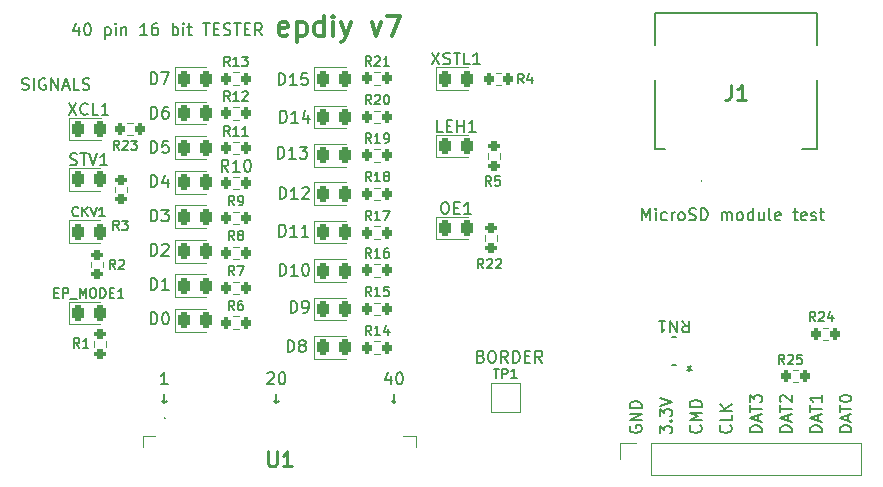
<source format=gto>
%TF.GenerationSoftware,KiCad,Pcbnew,7.0.8-7.0.8~ubuntu22.04.1*%
%TF.CreationDate,2023-10-25T08:52:20+02:00*%
%TF.ProjectId,extension-cable,65787465-6e73-4696-9f6e-2d6361626c65,rev?*%
%TF.SameCoordinates,Original*%
%TF.FileFunction,Legend,Top*%
%TF.FilePolarity,Positive*%
%FSLAX46Y46*%
G04 Gerber Fmt 4.6, Leading zero omitted, Abs format (unit mm)*
G04 Created by KiCad (PCBNEW 7.0.8-7.0.8~ubuntu22.04.1) date 2023-10-25 08:52:20*
%MOMM*%
%LPD*%
G01*
G04 APERTURE LIST*
G04 Aperture macros list*
%AMRoundRect*
0 Rectangle with rounded corners*
0 $1 Rounding radius*
0 $2 $3 $4 $5 $6 $7 $8 $9 X,Y pos of 4 corners*
0 Add a 4 corners polygon primitive as box body*
4,1,4,$2,$3,$4,$5,$6,$7,$8,$9,$2,$3,0*
0 Add four circle primitives for the rounded corners*
1,1,$1+$1,$2,$3*
1,1,$1+$1,$4,$5*
1,1,$1+$1,$6,$7*
1,1,$1+$1,$8,$9*
0 Add four rect primitives between the rounded corners*
20,1,$1+$1,$2,$3,$4,$5,0*
20,1,$1+$1,$4,$5,$6,$7,0*
20,1,$1+$1,$6,$7,$8,$9,0*
20,1,$1+$1,$8,$9,$2,$3,0*%
G04 Aperture macros list end*
%ADD10C,0.150000*%
%ADD11C,0.140000*%
%ADD12C,0.300000*%
%ADD13C,0.254000*%
%ADD14C,0.120000*%
%ADD15C,0.200000*%
%ADD16C,0.100000*%
%ADD17C,0.152400*%
%ADD18RoundRect,0.200000X-0.200000X-0.275000X0.200000X-0.275000X0.200000X0.275000X-0.200000X0.275000X0*%
%ADD19RoundRect,0.200000X-0.275000X0.200000X-0.275000X-0.200000X0.275000X-0.200000X0.275000X0.200000X0*%
%ADD20RoundRect,0.243750X-0.243750X-0.456250X0.243750X-0.456250X0.243750X0.456250X-0.243750X0.456250X0*%
%ADD21R,2.000000X2.000000*%
%ADD22C,1.650000*%
%ADD23R,0.800000X2.000000*%
%ADD24R,1.500000X2.000000*%
%ADD25C,2.200000*%
%ADD26RoundRect,0.200000X0.200000X0.275000X-0.200000X0.275000X-0.200000X-0.275000X0.200000X-0.275000X0*%
%ADD27R,0.300000X1.300000*%
%ADD28R,1.800000X2.200000*%
%ADD29R,1.700000X1.700000*%
%ADD30O,1.700000X1.700000*%
%ADD31R,0.609600X0.355600*%
G04 APERTURE END LIST*
D10*
X92648095Y-88710057D02*
X92695714Y-88662438D01*
X92695714Y-88662438D02*
X92790952Y-88614819D01*
X92790952Y-88614819D02*
X93029047Y-88614819D01*
X93029047Y-88614819D02*
X93124285Y-88662438D01*
X93124285Y-88662438D02*
X93171904Y-88710057D01*
X93171904Y-88710057D02*
X93219523Y-88805295D01*
X93219523Y-88805295D02*
X93219523Y-88900533D01*
X93219523Y-88900533D02*
X93171904Y-89043390D01*
X93171904Y-89043390D02*
X92600476Y-89614819D01*
X92600476Y-89614819D02*
X93219523Y-89614819D01*
X93838571Y-88614819D02*
X93933809Y-88614819D01*
X93933809Y-88614819D02*
X94029047Y-88662438D01*
X94029047Y-88662438D02*
X94076666Y-88710057D01*
X94076666Y-88710057D02*
X94124285Y-88805295D01*
X94124285Y-88805295D02*
X94171904Y-88995771D01*
X94171904Y-88995771D02*
X94171904Y-89233866D01*
X94171904Y-89233866D02*
X94124285Y-89424342D01*
X94124285Y-89424342D02*
X94076666Y-89519580D01*
X94076666Y-89519580D02*
X94029047Y-89567200D01*
X94029047Y-89567200D02*
X93933809Y-89614819D01*
X93933809Y-89614819D02*
X93838571Y-89614819D01*
X93838571Y-89614819D02*
X93743333Y-89567200D01*
X93743333Y-89567200D02*
X93695714Y-89519580D01*
X93695714Y-89519580D02*
X93648095Y-89424342D01*
X93648095Y-89424342D02*
X93600476Y-89233866D01*
X93600476Y-89233866D02*
X93600476Y-88995771D01*
X93600476Y-88995771D02*
X93648095Y-88805295D01*
X93648095Y-88805295D02*
X93695714Y-88710057D01*
X93695714Y-88710057D02*
X93743333Y-88662438D01*
X93743333Y-88662438D02*
X93838571Y-88614819D01*
X93410000Y-90462914D02*
X93410000Y-91224819D01*
X93600476Y-91034342D02*
X93410000Y-91224819D01*
X93410000Y-91224819D02*
X93219524Y-91034342D01*
X139555529Y-93688220D02*
X138555529Y-93688220D01*
X138555529Y-93688220D02*
X138555529Y-93450125D01*
X138555529Y-93450125D02*
X138603148Y-93307268D01*
X138603148Y-93307268D02*
X138698386Y-93212030D01*
X138698386Y-93212030D02*
X138793624Y-93164411D01*
X138793624Y-93164411D02*
X138984100Y-93116792D01*
X138984100Y-93116792D02*
X139126957Y-93116792D01*
X139126957Y-93116792D02*
X139317433Y-93164411D01*
X139317433Y-93164411D02*
X139412671Y-93212030D01*
X139412671Y-93212030D02*
X139507910Y-93307268D01*
X139507910Y-93307268D02*
X139555529Y-93450125D01*
X139555529Y-93450125D02*
X139555529Y-93688220D01*
X139269814Y-92735839D02*
X139269814Y-92259649D01*
X139555529Y-92831077D02*
X138555529Y-92497744D01*
X138555529Y-92497744D02*
X139555529Y-92164411D01*
X138555529Y-91973934D02*
X138555529Y-91402506D01*
X139555529Y-91688220D02*
X138555529Y-91688220D01*
X139555529Y-90545363D02*
X139555529Y-91116791D01*
X139555529Y-90831077D02*
X138555529Y-90831077D01*
X138555529Y-90831077D02*
X138698386Y-90926315D01*
X138698386Y-90926315D02*
X138793624Y-91021553D01*
X138793624Y-91021553D02*
X138841243Y-91116791D01*
D11*
X71852581Y-64652720D02*
X71995438Y-64700339D01*
X71995438Y-64700339D02*
X72233533Y-64700339D01*
X72233533Y-64700339D02*
X72328771Y-64652720D01*
X72328771Y-64652720D02*
X72376390Y-64605100D01*
X72376390Y-64605100D02*
X72424009Y-64509862D01*
X72424009Y-64509862D02*
X72424009Y-64414624D01*
X72424009Y-64414624D02*
X72376390Y-64319386D01*
X72376390Y-64319386D02*
X72328771Y-64271767D01*
X72328771Y-64271767D02*
X72233533Y-64224148D01*
X72233533Y-64224148D02*
X72043057Y-64176529D01*
X72043057Y-64176529D02*
X71947819Y-64128910D01*
X71947819Y-64128910D02*
X71900200Y-64081291D01*
X71900200Y-64081291D02*
X71852581Y-63986053D01*
X71852581Y-63986053D02*
X71852581Y-63890815D01*
X71852581Y-63890815D02*
X71900200Y-63795577D01*
X71900200Y-63795577D02*
X71947819Y-63747958D01*
X71947819Y-63747958D02*
X72043057Y-63700339D01*
X72043057Y-63700339D02*
X72281152Y-63700339D01*
X72281152Y-63700339D02*
X72424009Y-63747958D01*
X72852581Y-64700339D02*
X72852581Y-63700339D01*
X73852580Y-63747958D02*
X73757342Y-63700339D01*
X73757342Y-63700339D02*
X73614485Y-63700339D01*
X73614485Y-63700339D02*
X73471628Y-63747958D01*
X73471628Y-63747958D02*
X73376390Y-63843196D01*
X73376390Y-63843196D02*
X73328771Y-63938434D01*
X73328771Y-63938434D02*
X73281152Y-64128910D01*
X73281152Y-64128910D02*
X73281152Y-64271767D01*
X73281152Y-64271767D02*
X73328771Y-64462243D01*
X73328771Y-64462243D02*
X73376390Y-64557481D01*
X73376390Y-64557481D02*
X73471628Y-64652720D01*
X73471628Y-64652720D02*
X73614485Y-64700339D01*
X73614485Y-64700339D02*
X73709723Y-64700339D01*
X73709723Y-64700339D02*
X73852580Y-64652720D01*
X73852580Y-64652720D02*
X73900199Y-64605100D01*
X73900199Y-64605100D02*
X73900199Y-64271767D01*
X73900199Y-64271767D02*
X73709723Y-64271767D01*
X74328771Y-64700339D02*
X74328771Y-63700339D01*
X74328771Y-63700339D02*
X74900199Y-64700339D01*
X74900199Y-64700339D02*
X74900199Y-63700339D01*
X75328771Y-64414624D02*
X75804961Y-64414624D01*
X75233533Y-64700339D02*
X75566866Y-63700339D01*
X75566866Y-63700339D02*
X75900199Y-64700339D01*
X76709723Y-64700339D02*
X76233533Y-64700339D01*
X76233533Y-64700339D02*
X76233533Y-63700339D01*
X76995438Y-64652720D02*
X77138295Y-64700339D01*
X77138295Y-64700339D02*
X77376390Y-64700339D01*
X77376390Y-64700339D02*
X77471628Y-64652720D01*
X77471628Y-64652720D02*
X77519247Y-64605100D01*
X77519247Y-64605100D02*
X77566866Y-64509862D01*
X77566866Y-64509862D02*
X77566866Y-64414624D01*
X77566866Y-64414624D02*
X77519247Y-64319386D01*
X77519247Y-64319386D02*
X77471628Y-64271767D01*
X77471628Y-64271767D02*
X77376390Y-64224148D01*
X77376390Y-64224148D02*
X77185914Y-64176529D01*
X77185914Y-64176529D02*
X77090676Y-64128910D01*
X77090676Y-64128910D02*
X77043057Y-64081291D01*
X77043057Y-64081291D02*
X76995438Y-63986053D01*
X76995438Y-63986053D02*
X76995438Y-63890815D01*
X76995438Y-63890815D02*
X77043057Y-63795577D01*
X77043057Y-63795577D02*
X77090676Y-63747958D01*
X77090676Y-63747958D02*
X77185914Y-63700339D01*
X77185914Y-63700339D02*
X77424009Y-63700339D01*
X77424009Y-63700339D02*
X77566866Y-63747958D01*
D10*
X137016244Y-93688220D02*
X136016244Y-93688220D01*
X136016244Y-93688220D02*
X136016244Y-93450125D01*
X136016244Y-93450125D02*
X136063863Y-93307268D01*
X136063863Y-93307268D02*
X136159101Y-93212030D01*
X136159101Y-93212030D02*
X136254339Y-93164411D01*
X136254339Y-93164411D02*
X136444815Y-93116792D01*
X136444815Y-93116792D02*
X136587672Y-93116792D01*
X136587672Y-93116792D02*
X136778148Y-93164411D01*
X136778148Y-93164411D02*
X136873386Y-93212030D01*
X136873386Y-93212030D02*
X136968625Y-93307268D01*
X136968625Y-93307268D02*
X137016244Y-93450125D01*
X137016244Y-93450125D02*
X137016244Y-93688220D01*
X136730529Y-92735839D02*
X136730529Y-92259649D01*
X137016244Y-92831077D02*
X136016244Y-92497744D01*
X136016244Y-92497744D02*
X137016244Y-92164411D01*
X136016244Y-91973934D02*
X136016244Y-91402506D01*
X137016244Y-91688220D02*
X136016244Y-91688220D01*
X136111482Y-91116791D02*
X136063863Y-91069172D01*
X136063863Y-91069172D02*
X136016244Y-90973934D01*
X136016244Y-90973934D02*
X136016244Y-90735839D01*
X136016244Y-90735839D02*
X136063863Y-90640601D01*
X136063863Y-90640601D02*
X136111482Y-90592982D01*
X136111482Y-90592982D02*
X136206720Y-90545363D01*
X136206720Y-90545363D02*
X136301958Y-90545363D01*
X136301958Y-90545363D02*
X136444815Y-90592982D01*
X136444815Y-90592982D02*
X137016244Y-91164410D01*
X137016244Y-91164410D02*
X137016244Y-90545363D01*
D12*
X94337393Y-60029901D02*
X94175489Y-60110853D01*
X94175489Y-60110853D02*
X93851679Y-60110853D01*
X93851679Y-60110853D02*
X93689774Y-60029901D01*
X93689774Y-60029901D02*
X93608822Y-59867996D01*
X93608822Y-59867996D02*
X93608822Y-59220377D01*
X93608822Y-59220377D02*
X93689774Y-59058472D01*
X93689774Y-59058472D02*
X93851679Y-58977520D01*
X93851679Y-58977520D02*
X94175489Y-58977520D01*
X94175489Y-58977520D02*
X94337393Y-59058472D01*
X94337393Y-59058472D02*
X94418346Y-59220377D01*
X94418346Y-59220377D02*
X94418346Y-59382281D01*
X94418346Y-59382281D02*
X93608822Y-59544186D01*
X95146917Y-58977520D02*
X95146917Y-60677520D01*
X95146917Y-59058472D02*
X95308822Y-58977520D01*
X95308822Y-58977520D02*
X95632632Y-58977520D01*
X95632632Y-58977520D02*
X95794536Y-59058472D01*
X95794536Y-59058472D02*
X95875489Y-59139424D01*
X95875489Y-59139424D02*
X95956441Y-59301329D01*
X95956441Y-59301329D02*
X95956441Y-59787043D01*
X95956441Y-59787043D02*
X95875489Y-59948948D01*
X95875489Y-59948948D02*
X95794536Y-60029901D01*
X95794536Y-60029901D02*
X95632632Y-60110853D01*
X95632632Y-60110853D02*
X95308822Y-60110853D01*
X95308822Y-60110853D02*
X95146917Y-60029901D01*
X97413584Y-60110853D02*
X97413584Y-58410853D01*
X97413584Y-60029901D02*
X97251679Y-60110853D01*
X97251679Y-60110853D02*
X96927870Y-60110853D01*
X96927870Y-60110853D02*
X96765965Y-60029901D01*
X96765965Y-60029901D02*
X96685012Y-59948948D01*
X96685012Y-59948948D02*
X96604060Y-59787043D01*
X96604060Y-59787043D02*
X96604060Y-59301329D01*
X96604060Y-59301329D02*
X96685012Y-59139424D01*
X96685012Y-59139424D02*
X96765965Y-59058472D01*
X96765965Y-59058472D02*
X96927870Y-58977520D01*
X96927870Y-58977520D02*
X97251679Y-58977520D01*
X97251679Y-58977520D02*
X97413584Y-59058472D01*
X98223107Y-60110853D02*
X98223107Y-58977520D01*
X98223107Y-58410853D02*
X98142155Y-58491805D01*
X98142155Y-58491805D02*
X98223107Y-58572758D01*
X98223107Y-58572758D02*
X98304060Y-58491805D01*
X98304060Y-58491805D02*
X98223107Y-58410853D01*
X98223107Y-58410853D02*
X98223107Y-58572758D01*
X98870727Y-58977520D02*
X99275489Y-60110853D01*
X99680250Y-58977520D02*
X99275489Y-60110853D01*
X99275489Y-60110853D02*
X99113584Y-60515615D01*
X99113584Y-60515615D02*
X99032631Y-60596567D01*
X99032631Y-60596567D02*
X98870727Y-60677520D01*
X101461203Y-58977520D02*
X101865965Y-60110853D01*
X101865965Y-60110853D02*
X102270726Y-58977520D01*
X102756441Y-58410853D02*
X103889774Y-58410853D01*
X103889774Y-58410853D02*
X103161203Y-60110853D01*
D10*
X84195714Y-89614819D02*
X83624286Y-89614819D01*
X83910000Y-89614819D02*
X83910000Y-88614819D01*
X83910000Y-88614819D02*
X83814762Y-88757676D01*
X83814762Y-88757676D02*
X83719524Y-88852914D01*
X83719524Y-88852914D02*
X83624286Y-88900533D01*
X83910000Y-90462914D02*
X83910000Y-91224819D01*
X84100476Y-91034342D02*
X83910000Y-91224819D01*
X83910000Y-91224819D02*
X83719524Y-91034342D01*
X129303150Y-93116792D02*
X129350770Y-93164411D01*
X129350770Y-93164411D02*
X129398389Y-93307268D01*
X129398389Y-93307268D02*
X129398389Y-93402506D01*
X129398389Y-93402506D02*
X129350770Y-93545363D01*
X129350770Y-93545363D02*
X129255531Y-93640601D01*
X129255531Y-93640601D02*
X129160293Y-93688220D01*
X129160293Y-93688220D02*
X128969817Y-93735839D01*
X128969817Y-93735839D02*
X128826960Y-93735839D01*
X128826960Y-93735839D02*
X128636484Y-93688220D01*
X128636484Y-93688220D02*
X128541246Y-93640601D01*
X128541246Y-93640601D02*
X128446008Y-93545363D01*
X128446008Y-93545363D02*
X128398389Y-93402506D01*
X128398389Y-93402506D02*
X128398389Y-93307268D01*
X128398389Y-93307268D02*
X128446008Y-93164411D01*
X128446008Y-93164411D02*
X128493627Y-93116792D01*
X129398389Y-92688220D02*
X128398389Y-92688220D01*
X128398389Y-92688220D02*
X129112674Y-92354887D01*
X129112674Y-92354887D02*
X128398389Y-92021554D01*
X128398389Y-92021554D02*
X129398389Y-92021554D01*
X129398389Y-91545363D02*
X128398389Y-91545363D01*
X128398389Y-91545363D02*
X128398389Y-91307268D01*
X128398389Y-91307268D02*
X128446008Y-91164411D01*
X128446008Y-91164411D02*
X128541246Y-91069173D01*
X128541246Y-91069173D02*
X128636484Y-91021554D01*
X128636484Y-91021554D02*
X128826960Y-90973935D01*
X128826960Y-90973935D02*
X128969817Y-90973935D01*
X128969817Y-90973935D02*
X129160293Y-91021554D01*
X129160293Y-91021554D02*
X129255531Y-91069173D01*
X129255531Y-91069173D02*
X129350770Y-91164411D01*
X129350770Y-91164411D02*
X129398389Y-91307268D01*
X129398389Y-91307268D02*
X129398389Y-91545363D01*
X123367438Y-93164411D02*
X123319819Y-93259649D01*
X123319819Y-93259649D02*
X123319819Y-93402506D01*
X123319819Y-93402506D02*
X123367438Y-93545363D01*
X123367438Y-93545363D02*
X123462676Y-93640601D01*
X123462676Y-93640601D02*
X123557914Y-93688220D01*
X123557914Y-93688220D02*
X123748390Y-93735839D01*
X123748390Y-93735839D02*
X123891247Y-93735839D01*
X123891247Y-93735839D02*
X124081723Y-93688220D01*
X124081723Y-93688220D02*
X124176961Y-93640601D01*
X124176961Y-93640601D02*
X124272200Y-93545363D01*
X124272200Y-93545363D02*
X124319819Y-93402506D01*
X124319819Y-93402506D02*
X124319819Y-93307268D01*
X124319819Y-93307268D02*
X124272200Y-93164411D01*
X124272200Y-93164411D02*
X124224580Y-93116792D01*
X124224580Y-93116792D02*
X123891247Y-93116792D01*
X123891247Y-93116792D02*
X123891247Y-93307268D01*
X124319819Y-92688220D02*
X123319819Y-92688220D01*
X123319819Y-92688220D02*
X124319819Y-92116792D01*
X124319819Y-92116792D02*
X123319819Y-92116792D01*
X124319819Y-91640601D02*
X123319819Y-91640601D01*
X123319819Y-91640601D02*
X123319819Y-91402506D01*
X123319819Y-91402506D02*
X123367438Y-91259649D01*
X123367438Y-91259649D02*
X123462676Y-91164411D01*
X123462676Y-91164411D02*
X123557914Y-91116792D01*
X123557914Y-91116792D02*
X123748390Y-91069173D01*
X123748390Y-91069173D02*
X123891247Y-91069173D01*
X123891247Y-91069173D02*
X124081723Y-91116792D01*
X124081723Y-91116792D02*
X124176961Y-91164411D01*
X124176961Y-91164411D02*
X124272200Y-91259649D01*
X124272200Y-91259649D02*
X124319819Y-91402506D01*
X124319819Y-91402506D02*
X124319819Y-91640601D01*
X76655350Y-59403152D02*
X76655350Y-60069819D01*
X76417255Y-59022200D02*
X76179160Y-59736485D01*
X76179160Y-59736485D02*
X76798207Y-59736485D01*
X77369636Y-59069819D02*
X77464874Y-59069819D01*
X77464874Y-59069819D02*
X77560112Y-59117438D01*
X77560112Y-59117438D02*
X77607731Y-59165057D01*
X77607731Y-59165057D02*
X77655350Y-59260295D01*
X77655350Y-59260295D02*
X77702969Y-59450771D01*
X77702969Y-59450771D02*
X77702969Y-59688866D01*
X77702969Y-59688866D02*
X77655350Y-59879342D01*
X77655350Y-59879342D02*
X77607731Y-59974580D01*
X77607731Y-59974580D02*
X77560112Y-60022200D01*
X77560112Y-60022200D02*
X77464874Y-60069819D01*
X77464874Y-60069819D02*
X77369636Y-60069819D01*
X77369636Y-60069819D02*
X77274398Y-60022200D01*
X77274398Y-60022200D02*
X77226779Y-59974580D01*
X77226779Y-59974580D02*
X77179160Y-59879342D01*
X77179160Y-59879342D02*
X77131541Y-59688866D01*
X77131541Y-59688866D02*
X77131541Y-59450771D01*
X77131541Y-59450771D02*
X77179160Y-59260295D01*
X77179160Y-59260295D02*
X77226779Y-59165057D01*
X77226779Y-59165057D02*
X77274398Y-59117438D01*
X77274398Y-59117438D02*
X77369636Y-59069819D01*
X78893446Y-59403152D02*
X78893446Y-60403152D01*
X78893446Y-59450771D02*
X78988684Y-59403152D01*
X78988684Y-59403152D02*
X79179160Y-59403152D01*
X79179160Y-59403152D02*
X79274398Y-59450771D01*
X79274398Y-59450771D02*
X79322017Y-59498390D01*
X79322017Y-59498390D02*
X79369636Y-59593628D01*
X79369636Y-59593628D02*
X79369636Y-59879342D01*
X79369636Y-59879342D02*
X79322017Y-59974580D01*
X79322017Y-59974580D02*
X79274398Y-60022200D01*
X79274398Y-60022200D02*
X79179160Y-60069819D01*
X79179160Y-60069819D02*
X78988684Y-60069819D01*
X78988684Y-60069819D02*
X78893446Y-60022200D01*
X79798208Y-60069819D02*
X79798208Y-59403152D01*
X79798208Y-59069819D02*
X79750589Y-59117438D01*
X79750589Y-59117438D02*
X79798208Y-59165057D01*
X79798208Y-59165057D02*
X79845827Y-59117438D01*
X79845827Y-59117438D02*
X79798208Y-59069819D01*
X79798208Y-59069819D02*
X79798208Y-59165057D01*
X80274398Y-59403152D02*
X80274398Y-60069819D01*
X80274398Y-59498390D02*
X80322017Y-59450771D01*
X80322017Y-59450771D02*
X80417255Y-59403152D01*
X80417255Y-59403152D02*
X80560112Y-59403152D01*
X80560112Y-59403152D02*
X80655350Y-59450771D01*
X80655350Y-59450771D02*
X80702969Y-59546009D01*
X80702969Y-59546009D02*
X80702969Y-60069819D01*
X82464874Y-60069819D02*
X81893446Y-60069819D01*
X82179160Y-60069819D02*
X82179160Y-59069819D01*
X82179160Y-59069819D02*
X82083922Y-59212676D01*
X82083922Y-59212676D02*
X81988684Y-59307914D01*
X81988684Y-59307914D02*
X81893446Y-59355533D01*
X83322017Y-59069819D02*
X83131541Y-59069819D01*
X83131541Y-59069819D02*
X83036303Y-59117438D01*
X83036303Y-59117438D02*
X82988684Y-59165057D01*
X82988684Y-59165057D02*
X82893446Y-59307914D01*
X82893446Y-59307914D02*
X82845827Y-59498390D01*
X82845827Y-59498390D02*
X82845827Y-59879342D01*
X82845827Y-59879342D02*
X82893446Y-59974580D01*
X82893446Y-59974580D02*
X82941065Y-60022200D01*
X82941065Y-60022200D02*
X83036303Y-60069819D01*
X83036303Y-60069819D02*
X83226779Y-60069819D01*
X83226779Y-60069819D02*
X83322017Y-60022200D01*
X83322017Y-60022200D02*
X83369636Y-59974580D01*
X83369636Y-59974580D02*
X83417255Y-59879342D01*
X83417255Y-59879342D02*
X83417255Y-59641247D01*
X83417255Y-59641247D02*
X83369636Y-59546009D01*
X83369636Y-59546009D02*
X83322017Y-59498390D01*
X83322017Y-59498390D02*
X83226779Y-59450771D01*
X83226779Y-59450771D02*
X83036303Y-59450771D01*
X83036303Y-59450771D02*
X82941065Y-59498390D01*
X82941065Y-59498390D02*
X82893446Y-59546009D01*
X82893446Y-59546009D02*
X82845827Y-59641247D01*
X84607732Y-60069819D02*
X84607732Y-59069819D01*
X84607732Y-59450771D02*
X84702970Y-59403152D01*
X84702970Y-59403152D02*
X84893446Y-59403152D01*
X84893446Y-59403152D02*
X84988684Y-59450771D01*
X84988684Y-59450771D02*
X85036303Y-59498390D01*
X85036303Y-59498390D02*
X85083922Y-59593628D01*
X85083922Y-59593628D02*
X85083922Y-59879342D01*
X85083922Y-59879342D02*
X85036303Y-59974580D01*
X85036303Y-59974580D02*
X84988684Y-60022200D01*
X84988684Y-60022200D02*
X84893446Y-60069819D01*
X84893446Y-60069819D02*
X84702970Y-60069819D01*
X84702970Y-60069819D02*
X84607732Y-60022200D01*
X85512494Y-60069819D02*
X85512494Y-59403152D01*
X85512494Y-59069819D02*
X85464875Y-59117438D01*
X85464875Y-59117438D02*
X85512494Y-59165057D01*
X85512494Y-59165057D02*
X85560113Y-59117438D01*
X85560113Y-59117438D02*
X85512494Y-59069819D01*
X85512494Y-59069819D02*
X85512494Y-59165057D01*
X85845827Y-59403152D02*
X86226779Y-59403152D01*
X85988684Y-59069819D02*
X85988684Y-59926961D01*
X85988684Y-59926961D02*
X86036303Y-60022200D01*
X86036303Y-60022200D02*
X86131541Y-60069819D01*
X86131541Y-60069819D02*
X86226779Y-60069819D01*
X87179161Y-59069819D02*
X87750589Y-59069819D01*
X87464875Y-60069819D02*
X87464875Y-59069819D01*
X88083923Y-59546009D02*
X88417256Y-59546009D01*
X88560113Y-60069819D02*
X88083923Y-60069819D01*
X88083923Y-60069819D02*
X88083923Y-59069819D01*
X88083923Y-59069819D02*
X88560113Y-59069819D01*
X88941066Y-60022200D02*
X89083923Y-60069819D01*
X89083923Y-60069819D02*
X89322018Y-60069819D01*
X89322018Y-60069819D02*
X89417256Y-60022200D01*
X89417256Y-60022200D02*
X89464875Y-59974580D01*
X89464875Y-59974580D02*
X89512494Y-59879342D01*
X89512494Y-59879342D02*
X89512494Y-59784104D01*
X89512494Y-59784104D02*
X89464875Y-59688866D01*
X89464875Y-59688866D02*
X89417256Y-59641247D01*
X89417256Y-59641247D02*
X89322018Y-59593628D01*
X89322018Y-59593628D02*
X89131542Y-59546009D01*
X89131542Y-59546009D02*
X89036304Y-59498390D01*
X89036304Y-59498390D02*
X88988685Y-59450771D01*
X88988685Y-59450771D02*
X88941066Y-59355533D01*
X88941066Y-59355533D02*
X88941066Y-59260295D01*
X88941066Y-59260295D02*
X88988685Y-59165057D01*
X88988685Y-59165057D02*
X89036304Y-59117438D01*
X89036304Y-59117438D02*
X89131542Y-59069819D01*
X89131542Y-59069819D02*
X89369637Y-59069819D01*
X89369637Y-59069819D02*
X89512494Y-59117438D01*
X89798209Y-59069819D02*
X90369637Y-59069819D01*
X90083923Y-60069819D02*
X90083923Y-59069819D01*
X90702971Y-59546009D02*
X91036304Y-59546009D01*
X91179161Y-60069819D02*
X90702971Y-60069819D01*
X90702971Y-60069819D02*
X90702971Y-59069819D01*
X90702971Y-59069819D02*
X91179161Y-59069819D01*
X92179161Y-60069819D02*
X91845828Y-59593628D01*
X91607733Y-60069819D02*
X91607733Y-59069819D01*
X91607733Y-59069819D02*
X91988685Y-59069819D01*
X91988685Y-59069819D02*
X92083923Y-59117438D01*
X92083923Y-59117438D02*
X92131542Y-59165057D01*
X92131542Y-59165057D02*
X92179161Y-59260295D01*
X92179161Y-59260295D02*
X92179161Y-59403152D01*
X92179161Y-59403152D02*
X92131542Y-59498390D01*
X92131542Y-59498390D02*
X92083923Y-59546009D01*
X92083923Y-59546009D02*
X91988685Y-59593628D01*
X91988685Y-59593628D02*
X91607733Y-59593628D01*
X125859104Y-93783458D02*
X125859104Y-93164411D01*
X125859104Y-93164411D02*
X126240056Y-93497744D01*
X126240056Y-93497744D02*
X126240056Y-93354887D01*
X126240056Y-93354887D02*
X126287675Y-93259649D01*
X126287675Y-93259649D02*
X126335294Y-93212030D01*
X126335294Y-93212030D02*
X126430532Y-93164411D01*
X126430532Y-93164411D02*
X126668627Y-93164411D01*
X126668627Y-93164411D02*
X126763865Y-93212030D01*
X126763865Y-93212030D02*
X126811485Y-93259649D01*
X126811485Y-93259649D02*
X126859104Y-93354887D01*
X126859104Y-93354887D02*
X126859104Y-93640601D01*
X126859104Y-93640601D02*
X126811485Y-93735839D01*
X126811485Y-93735839D02*
X126763865Y-93783458D01*
X126763865Y-92735839D02*
X126811485Y-92688220D01*
X126811485Y-92688220D02*
X126859104Y-92735839D01*
X126859104Y-92735839D02*
X126811485Y-92783458D01*
X126811485Y-92783458D02*
X126763865Y-92735839D01*
X126763865Y-92735839D02*
X126859104Y-92735839D01*
X125859104Y-92354887D02*
X125859104Y-91735840D01*
X125859104Y-91735840D02*
X126240056Y-92069173D01*
X126240056Y-92069173D02*
X126240056Y-91926316D01*
X126240056Y-91926316D02*
X126287675Y-91831078D01*
X126287675Y-91831078D02*
X126335294Y-91783459D01*
X126335294Y-91783459D02*
X126430532Y-91735840D01*
X126430532Y-91735840D02*
X126668627Y-91735840D01*
X126668627Y-91735840D02*
X126763865Y-91783459D01*
X126763865Y-91783459D02*
X126811485Y-91831078D01*
X126811485Y-91831078D02*
X126859104Y-91926316D01*
X126859104Y-91926316D02*
X126859104Y-92212030D01*
X126859104Y-92212030D02*
X126811485Y-92307268D01*
X126811485Y-92307268D02*
X126763865Y-92354887D01*
X125859104Y-91450125D02*
X126859104Y-91116792D01*
X126859104Y-91116792D02*
X125859104Y-90783459D01*
D11*
X110713533Y-87276529D02*
X110856390Y-87324148D01*
X110856390Y-87324148D02*
X110904009Y-87371767D01*
X110904009Y-87371767D02*
X110951628Y-87467005D01*
X110951628Y-87467005D02*
X110951628Y-87609862D01*
X110951628Y-87609862D02*
X110904009Y-87705100D01*
X110904009Y-87705100D02*
X110856390Y-87752720D01*
X110856390Y-87752720D02*
X110761152Y-87800339D01*
X110761152Y-87800339D02*
X110380200Y-87800339D01*
X110380200Y-87800339D02*
X110380200Y-86800339D01*
X110380200Y-86800339D02*
X110713533Y-86800339D01*
X110713533Y-86800339D02*
X110808771Y-86847958D01*
X110808771Y-86847958D02*
X110856390Y-86895577D01*
X110856390Y-86895577D02*
X110904009Y-86990815D01*
X110904009Y-86990815D02*
X110904009Y-87086053D01*
X110904009Y-87086053D02*
X110856390Y-87181291D01*
X110856390Y-87181291D02*
X110808771Y-87228910D01*
X110808771Y-87228910D02*
X110713533Y-87276529D01*
X110713533Y-87276529D02*
X110380200Y-87276529D01*
X111570676Y-86800339D02*
X111761152Y-86800339D01*
X111761152Y-86800339D02*
X111856390Y-86847958D01*
X111856390Y-86847958D02*
X111951628Y-86943196D01*
X111951628Y-86943196D02*
X111999247Y-87133672D01*
X111999247Y-87133672D02*
X111999247Y-87467005D01*
X111999247Y-87467005D02*
X111951628Y-87657481D01*
X111951628Y-87657481D02*
X111856390Y-87752720D01*
X111856390Y-87752720D02*
X111761152Y-87800339D01*
X111761152Y-87800339D02*
X111570676Y-87800339D01*
X111570676Y-87800339D02*
X111475438Y-87752720D01*
X111475438Y-87752720D02*
X111380200Y-87657481D01*
X111380200Y-87657481D02*
X111332581Y-87467005D01*
X111332581Y-87467005D02*
X111332581Y-87133672D01*
X111332581Y-87133672D02*
X111380200Y-86943196D01*
X111380200Y-86943196D02*
X111475438Y-86847958D01*
X111475438Y-86847958D02*
X111570676Y-86800339D01*
X112999247Y-87800339D02*
X112665914Y-87324148D01*
X112427819Y-87800339D02*
X112427819Y-86800339D01*
X112427819Y-86800339D02*
X112808771Y-86800339D01*
X112808771Y-86800339D02*
X112904009Y-86847958D01*
X112904009Y-86847958D02*
X112951628Y-86895577D01*
X112951628Y-86895577D02*
X112999247Y-86990815D01*
X112999247Y-86990815D02*
X112999247Y-87133672D01*
X112999247Y-87133672D02*
X112951628Y-87228910D01*
X112951628Y-87228910D02*
X112904009Y-87276529D01*
X112904009Y-87276529D02*
X112808771Y-87324148D01*
X112808771Y-87324148D02*
X112427819Y-87324148D01*
X113427819Y-87800339D02*
X113427819Y-86800339D01*
X113427819Y-86800339D02*
X113665914Y-86800339D01*
X113665914Y-86800339D02*
X113808771Y-86847958D01*
X113808771Y-86847958D02*
X113904009Y-86943196D01*
X113904009Y-86943196D02*
X113951628Y-87038434D01*
X113951628Y-87038434D02*
X113999247Y-87228910D01*
X113999247Y-87228910D02*
X113999247Y-87371767D01*
X113999247Y-87371767D02*
X113951628Y-87562243D01*
X113951628Y-87562243D02*
X113904009Y-87657481D01*
X113904009Y-87657481D02*
X113808771Y-87752720D01*
X113808771Y-87752720D02*
X113665914Y-87800339D01*
X113665914Y-87800339D02*
X113427819Y-87800339D01*
X114427819Y-87276529D02*
X114761152Y-87276529D01*
X114904009Y-87800339D02*
X114427819Y-87800339D01*
X114427819Y-87800339D02*
X114427819Y-86800339D01*
X114427819Y-86800339D02*
X114904009Y-86800339D01*
X115904009Y-87800339D02*
X115570676Y-87324148D01*
X115332581Y-87800339D02*
X115332581Y-86800339D01*
X115332581Y-86800339D02*
X115713533Y-86800339D01*
X115713533Y-86800339D02*
X115808771Y-86847958D01*
X115808771Y-86847958D02*
X115856390Y-86895577D01*
X115856390Y-86895577D02*
X115904009Y-86990815D01*
X115904009Y-86990815D02*
X115904009Y-87133672D01*
X115904009Y-87133672D02*
X115856390Y-87228910D01*
X115856390Y-87228910D02*
X115808771Y-87276529D01*
X115808771Y-87276529D02*
X115713533Y-87324148D01*
X115713533Y-87324148D02*
X115332581Y-87324148D01*
D10*
X103074285Y-88948152D02*
X103074285Y-89614819D01*
X102836190Y-88567200D02*
X102598095Y-89281485D01*
X102598095Y-89281485D02*
X103217142Y-89281485D01*
X103788571Y-88614819D02*
X103883809Y-88614819D01*
X103883809Y-88614819D02*
X103979047Y-88662438D01*
X103979047Y-88662438D02*
X104026666Y-88710057D01*
X104026666Y-88710057D02*
X104074285Y-88805295D01*
X104074285Y-88805295D02*
X104121904Y-88995771D01*
X104121904Y-88995771D02*
X104121904Y-89233866D01*
X104121904Y-89233866D02*
X104074285Y-89424342D01*
X104074285Y-89424342D02*
X104026666Y-89519580D01*
X104026666Y-89519580D02*
X103979047Y-89567200D01*
X103979047Y-89567200D02*
X103883809Y-89614819D01*
X103883809Y-89614819D02*
X103788571Y-89614819D01*
X103788571Y-89614819D02*
X103693333Y-89567200D01*
X103693333Y-89567200D02*
X103645714Y-89519580D01*
X103645714Y-89519580D02*
X103598095Y-89424342D01*
X103598095Y-89424342D02*
X103550476Y-89233866D01*
X103550476Y-89233866D02*
X103550476Y-88995771D01*
X103550476Y-88995771D02*
X103598095Y-88805295D01*
X103598095Y-88805295D02*
X103645714Y-88710057D01*
X103645714Y-88710057D02*
X103693333Y-88662438D01*
X103693333Y-88662438D02*
X103788571Y-88614819D01*
X103360000Y-90462914D02*
X103360000Y-91224819D01*
X103550476Y-91034342D02*
X103360000Y-91224819D01*
X103360000Y-91224819D02*
X103169524Y-91034342D01*
X124386779Y-75744819D02*
X124386779Y-74744819D01*
X124386779Y-74744819D02*
X124720112Y-75459104D01*
X124720112Y-75459104D02*
X125053445Y-74744819D01*
X125053445Y-74744819D02*
X125053445Y-75744819D01*
X125529636Y-75744819D02*
X125529636Y-75078152D01*
X125529636Y-74744819D02*
X125482017Y-74792438D01*
X125482017Y-74792438D02*
X125529636Y-74840057D01*
X125529636Y-74840057D02*
X125577255Y-74792438D01*
X125577255Y-74792438D02*
X125529636Y-74744819D01*
X125529636Y-74744819D02*
X125529636Y-74840057D01*
X126434397Y-75697200D02*
X126339159Y-75744819D01*
X126339159Y-75744819D02*
X126148683Y-75744819D01*
X126148683Y-75744819D02*
X126053445Y-75697200D01*
X126053445Y-75697200D02*
X126005826Y-75649580D01*
X126005826Y-75649580D02*
X125958207Y-75554342D01*
X125958207Y-75554342D02*
X125958207Y-75268628D01*
X125958207Y-75268628D02*
X126005826Y-75173390D01*
X126005826Y-75173390D02*
X126053445Y-75125771D01*
X126053445Y-75125771D02*
X126148683Y-75078152D01*
X126148683Y-75078152D02*
X126339159Y-75078152D01*
X126339159Y-75078152D02*
X126434397Y-75125771D01*
X126862969Y-75744819D02*
X126862969Y-75078152D01*
X126862969Y-75268628D02*
X126910588Y-75173390D01*
X126910588Y-75173390D02*
X126958207Y-75125771D01*
X126958207Y-75125771D02*
X127053445Y-75078152D01*
X127053445Y-75078152D02*
X127148683Y-75078152D01*
X127624874Y-75744819D02*
X127529636Y-75697200D01*
X127529636Y-75697200D02*
X127482017Y-75649580D01*
X127482017Y-75649580D02*
X127434398Y-75554342D01*
X127434398Y-75554342D02*
X127434398Y-75268628D01*
X127434398Y-75268628D02*
X127482017Y-75173390D01*
X127482017Y-75173390D02*
X127529636Y-75125771D01*
X127529636Y-75125771D02*
X127624874Y-75078152D01*
X127624874Y-75078152D02*
X127767731Y-75078152D01*
X127767731Y-75078152D02*
X127862969Y-75125771D01*
X127862969Y-75125771D02*
X127910588Y-75173390D01*
X127910588Y-75173390D02*
X127958207Y-75268628D01*
X127958207Y-75268628D02*
X127958207Y-75554342D01*
X127958207Y-75554342D02*
X127910588Y-75649580D01*
X127910588Y-75649580D02*
X127862969Y-75697200D01*
X127862969Y-75697200D02*
X127767731Y-75744819D01*
X127767731Y-75744819D02*
X127624874Y-75744819D01*
X128339160Y-75697200D02*
X128482017Y-75744819D01*
X128482017Y-75744819D02*
X128720112Y-75744819D01*
X128720112Y-75744819D02*
X128815350Y-75697200D01*
X128815350Y-75697200D02*
X128862969Y-75649580D01*
X128862969Y-75649580D02*
X128910588Y-75554342D01*
X128910588Y-75554342D02*
X128910588Y-75459104D01*
X128910588Y-75459104D02*
X128862969Y-75363866D01*
X128862969Y-75363866D02*
X128815350Y-75316247D01*
X128815350Y-75316247D02*
X128720112Y-75268628D01*
X128720112Y-75268628D02*
X128529636Y-75221009D01*
X128529636Y-75221009D02*
X128434398Y-75173390D01*
X128434398Y-75173390D02*
X128386779Y-75125771D01*
X128386779Y-75125771D02*
X128339160Y-75030533D01*
X128339160Y-75030533D02*
X128339160Y-74935295D01*
X128339160Y-74935295D02*
X128386779Y-74840057D01*
X128386779Y-74840057D02*
X128434398Y-74792438D01*
X128434398Y-74792438D02*
X128529636Y-74744819D01*
X128529636Y-74744819D02*
X128767731Y-74744819D01*
X128767731Y-74744819D02*
X128910588Y-74792438D01*
X129339160Y-75744819D02*
X129339160Y-74744819D01*
X129339160Y-74744819D02*
X129577255Y-74744819D01*
X129577255Y-74744819D02*
X129720112Y-74792438D01*
X129720112Y-74792438D02*
X129815350Y-74887676D01*
X129815350Y-74887676D02*
X129862969Y-74982914D01*
X129862969Y-74982914D02*
X129910588Y-75173390D01*
X129910588Y-75173390D02*
X129910588Y-75316247D01*
X129910588Y-75316247D02*
X129862969Y-75506723D01*
X129862969Y-75506723D02*
X129815350Y-75601961D01*
X129815350Y-75601961D02*
X129720112Y-75697200D01*
X129720112Y-75697200D02*
X129577255Y-75744819D01*
X129577255Y-75744819D02*
X129339160Y-75744819D01*
X131101065Y-75744819D02*
X131101065Y-75078152D01*
X131101065Y-75173390D02*
X131148684Y-75125771D01*
X131148684Y-75125771D02*
X131243922Y-75078152D01*
X131243922Y-75078152D02*
X131386779Y-75078152D01*
X131386779Y-75078152D02*
X131482017Y-75125771D01*
X131482017Y-75125771D02*
X131529636Y-75221009D01*
X131529636Y-75221009D02*
X131529636Y-75744819D01*
X131529636Y-75221009D02*
X131577255Y-75125771D01*
X131577255Y-75125771D02*
X131672493Y-75078152D01*
X131672493Y-75078152D02*
X131815350Y-75078152D01*
X131815350Y-75078152D02*
X131910589Y-75125771D01*
X131910589Y-75125771D02*
X131958208Y-75221009D01*
X131958208Y-75221009D02*
X131958208Y-75744819D01*
X132577255Y-75744819D02*
X132482017Y-75697200D01*
X132482017Y-75697200D02*
X132434398Y-75649580D01*
X132434398Y-75649580D02*
X132386779Y-75554342D01*
X132386779Y-75554342D02*
X132386779Y-75268628D01*
X132386779Y-75268628D02*
X132434398Y-75173390D01*
X132434398Y-75173390D02*
X132482017Y-75125771D01*
X132482017Y-75125771D02*
X132577255Y-75078152D01*
X132577255Y-75078152D02*
X132720112Y-75078152D01*
X132720112Y-75078152D02*
X132815350Y-75125771D01*
X132815350Y-75125771D02*
X132862969Y-75173390D01*
X132862969Y-75173390D02*
X132910588Y-75268628D01*
X132910588Y-75268628D02*
X132910588Y-75554342D01*
X132910588Y-75554342D02*
X132862969Y-75649580D01*
X132862969Y-75649580D02*
X132815350Y-75697200D01*
X132815350Y-75697200D02*
X132720112Y-75744819D01*
X132720112Y-75744819D02*
X132577255Y-75744819D01*
X133767731Y-75744819D02*
X133767731Y-74744819D01*
X133767731Y-75697200D02*
X133672493Y-75744819D01*
X133672493Y-75744819D02*
X133482017Y-75744819D01*
X133482017Y-75744819D02*
X133386779Y-75697200D01*
X133386779Y-75697200D02*
X133339160Y-75649580D01*
X133339160Y-75649580D02*
X133291541Y-75554342D01*
X133291541Y-75554342D02*
X133291541Y-75268628D01*
X133291541Y-75268628D02*
X133339160Y-75173390D01*
X133339160Y-75173390D02*
X133386779Y-75125771D01*
X133386779Y-75125771D02*
X133482017Y-75078152D01*
X133482017Y-75078152D02*
X133672493Y-75078152D01*
X133672493Y-75078152D02*
X133767731Y-75125771D01*
X134672493Y-75078152D02*
X134672493Y-75744819D01*
X134243922Y-75078152D02*
X134243922Y-75601961D01*
X134243922Y-75601961D02*
X134291541Y-75697200D01*
X134291541Y-75697200D02*
X134386779Y-75744819D01*
X134386779Y-75744819D02*
X134529636Y-75744819D01*
X134529636Y-75744819D02*
X134624874Y-75697200D01*
X134624874Y-75697200D02*
X134672493Y-75649580D01*
X135291541Y-75744819D02*
X135196303Y-75697200D01*
X135196303Y-75697200D02*
X135148684Y-75601961D01*
X135148684Y-75601961D02*
X135148684Y-74744819D01*
X136053446Y-75697200D02*
X135958208Y-75744819D01*
X135958208Y-75744819D02*
X135767732Y-75744819D01*
X135767732Y-75744819D02*
X135672494Y-75697200D01*
X135672494Y-75697200D02*
X135624875Y-75601961D01*
X135624875Y-75601961D02*
X135624875Y-75221009D01*
X135624875Y-75221009D02*
X135672494Y-75125771D01*
X135672494Y-75125771D02*
X135767732Y-75078152D01*
X135767732Y-75078152D02*
X135958208Y-75078152D01*
X135958208Y-75078152D02*
X136053446Y-75125771D01*
X136053446Y-75125771D02*
X136101065Y-75221009D01*
X136101065Y-75221009D02*
X136101065Y-75316247D01*
X136101065Y-75316247D02*
X135624875Y-75411485D01*
X137148685Y-75078152D02*
X137529637Y-75078152D01*
X137291542Y-74744819D02*
X137291542Y-75601961D01*
X137291542Y-75601961D02*
X137339161Y-75697200D01*
X137339161Y-75697200D02*
X137434399Y-75744819D01*
X137434399Y-75744819D02*
X137529637Y-75744819D01*
X138243923Y-75697200D02*
X138148685Y-75744819D01*
X138148685Y-75744819D02*
X137958209Y-75744819D01*
X137958209Y-75744819D02*
X137862971Y-75697200D01*
X137862971Y-75697200D02*
X137815352Y-75601961D01*
X137815352Y-75601961D02*
X137815352Y-75221009D01*
X137815352Y-75221009D02*
X137862971Y-75125771D01*
X137862971Y-75125771D02*
X137958209Y-75078152D01*
X137958209Y-75078152D02*
X138148685Y-75078152D01*
X138148685Y-75078152D02*
X138243923Y-75125771D01*
X138243923Y-75125771D02*
X138291542Y-75221009D01*
X138291542Y-75221009D02*
X138291542Y-75316247D01*
X138291542Y-75316247D02*
X137815352Y-75411485D01*
X138672495Y-75697200D02*
X138767733Y-75744819D01*
X138767733Y-75744819D02*
X138958209Y-75744819D01*
X138958209Y-75744819D02*
X139053447Y-75697200D01*
X139053447Y-75697200D02*
X139101066Y-75601961D01*
X139101066Y-75601961D02*
X139101066Y-75554342D01*
X139101066Y-75554342D02*
X139053447Y-75459104D01*
X139053447Y-75459104D02*
X138958209Y-75411485D01*
X138958209Y-75411485D02*
X138815352Y-75411485D01*
X138815352Y-75411485D02*
X138720114Y-75363866D01*
X138720114Y-75363866D02*
X138672495Y-75268628D01*
X138672495Y-75268628D02*
X138672495Y-75221009D01*
X138672495Y-75221009D02*
X138720114Y-75125771D01*
X138720114Y-75125771D02*
X138815352Y-75078152D01*
X138815352Y-75078152D02*
X138958209Y-75078152D01*
X138958209Y-75078152D02*
X139053447Y-75125771D01*
X139386781Y-75078152D02*
X139767733Y-75078152D01*
X139529638Y-74744819D02*
X139529638Y-75601961D01*
X139529638Y-75601961D02*
X139577257Y-75697200D01*
X139577257Y-75697200D02*
X139672495Y-75744819D01*
X139672495Y-75744819D02*
X139767733Y-75744819D01*
X142094819Y-93688220D02*
X141094819Y-93688220D01*
X141094819Y-93688220D02*
X141094819Y-93450125D01*
X141094819Y-93450125D02*
X141142438Y-93307268D01*
X141142438Y-93307268D02*
X141237676Y-93212030D01*
X141237676Y-93212030D02*
X141332914Y-93164411D01*
X141332914Y-93164411D02*
X141523390Y-93116792D01*
X141523390Y-93116792D02*
X141666247Y-93116792D01*
X141666247Y-93116792D02*
X141856723Y-93164411D01*
X141856723Y-93164411D02*
X141951961Y-93212030D01*
X141951961Y-93212030D02*
X142047200Y-93307268D01*
X142047200Y-93307268D02*
X142094819Y-93450125D01*
X142094819Y-93450125D02*
X142094819Y-93688220D01*
X141809104Y-92735839D02*
X141809104Y-92259649D01*
X142094819Y-92831077D02*
X141094819Y-92497744D01*
X141094819Y-92497744D02*
X142094819Y-92164411D01*
X141094819Y-91973934D02*
X141094819Y-91402506D01*
X142094819Y-91688220D02*
X141094819Y-91688220D01*
X141094819Y-90878696D02*
X141094819Y-90783458D01*
X141094819Y-90783458D02*
X141142438Y-90688220D01*
X141142438Y-90688220D02*
X141190057Y-90640601D01*
X141190057Y-90640601D02*
X141285295Y-90592982D01*
X141285295Y-90592982D02*
X141475771Y-90545363D01*
X141475771Y-90545363D02*
X141713866Y-90545363D01*
X141713866Y-90545363D02*
X141904342Y-90592982D01*
X141904342Y-90592982D02*
X141999580Y-90640601D01*
X141999580Y-90640601D02*
X142047200Y-90688220D01*
X142047200Y-90688220D02*
X142094819Y-90783458D01*
X142094819Y-90783458D02*
X142094819Y-90878696D01*
X142094819Y-90878696D02*
X142047200Y-90973934D01*
X142047200Y-90973934D02*
X141999580Y-91021553D01*
X141999580Y-91021553D02*
X141904342Y-91069172D01*
X141904342Y-91069172D02*
X141713866Y-91116791D01*
X141713866Y-91116791D02*
X141475771Y-91116791D01*
X141475771Y-91116791D02*
X141285295Y-91069172D01*
X141285295Y-91069172D02*
X141190057Y-91021553D01*
X141190057Y-91021553D02*
X141142438Y-90973934D01*
X141142438Y-90973934D02*
X141094819Y-90878696D01*
X131842435Y-93116792D02*
X131890055Y-93164411D01*
X131890055Y-93164411D02*
X131937674Y-93307268D01*
X131937674Y-93307268D02*
X131937674Y-93402506D01*
X131937674Y-93402506D02*
X131890055Y-93545363D01*
X131890055Y-93545363D02*
X131794816Y-93640601D01*
X131794816Y-93640601D02*
X131699578Y-93688220D01*
X131699578Y-93688220D02*
X131509102Y-93735839D01*
X131509102Y-93735839D02*
X131366245Y-93735839D01*
X131366245Y-93735839D02*
X131175769Y-93688220D01*
X131175769Y-93688220D02*
X131080531Y-93640601D01*
X131080531Y-93640601D02*
X130985293Y-93545363D01*
X130985293Y-93545363D02*
X130937674Y-93402506D01*
X130937674Y-93402506D02*
X130937674Y-93307268D01*
X130937674Y-93307268D02*
X130985293Y-93164411D01*
X130985293Y-93164411D02*
X131032912Y-93116792D01*
X131937674Y-92212030D02*
X131937674Y-92688220D01*
X131937674Y-92688220D02*
X130937674Y-92688220D01*
X131937674Y-91878696D02*
X130937674Y-91878696D01*
X131937674Y-91307268D02*
X131366245Y-91735839D01*
X130937674Y-91307268D02*
X131509102Y-91878696D01*
X134476959Y-93688220D02*
X133476959Y-93688220D01*
X133476959Y-93688220D02*
X133476959Y-93450125D01*
X133476959Y-93450125D02*
X133524578Y-93307268D01*
X133524578Y-93307268D02*
X133619816Y-93212030D01*
X133619816Y-93212030D02*
X133715054Y-93164411D01*
X133715054Y-93164411D02*
X133905530Y-93116792D01*
X133905530Y-93116792D02*
X134048387Y-93116792D01*
X134048387Y-93116792D02*
X134238863Y-93164411D01*
X134238863Y-93164411D02*
X134334101Y-93212030D01*
X134334101Y-93212030D02*
X134429340Y-93307268D01*
X134429340Y-93307268D02*
X134476959Y-93450125D01*
X134476959Y-93450125D02*
X134476959Y-93688220D01*
X134191244Y-92735839D02*
X134191244Y-92259649D01*
X134476959Y-92831077D02*
X133476959Y-92497744D01*
X133476959Y-92497744D02*
X134476959Y-92164411D01*
X133476959Y-91973934D02*
X133476959Y-91402506D01*
X134476959Y-91688220D02*
X133476959Y-91688220D01*
X133476959Y-91164410D02*
X133476959Y-90545363D01*
X133476959Y-90545363D02*
X133857911Y-90878696D01*
X133857911Y-90878696D02*
X133857911Y-90735839D01*
X133857911Y-90735839D02*
X133905530Y-90640601D01*
X133905530Y-90640601D02*
X133953149Y-90592982D01*
X133953149Y-90592982D02*
X134048387Y-90545363D01*
X134048387Y-90545363D02*
X134286482Y-90545363D01*
X134286482Y-90545363D02*
X134381720Y-90592982D01*
X134381720Y-90592982D02*
X134429340Y-90640601D01*
X134429340Y-90640601D02*
X134476959Y-90735839D01*
X134476959Y-90735839D02*
X134476959Y-91021553D01*
X134476959Y-91021553D02*
X134429340Y-91116791D01*
X134429340Y-91116791D02*
X134381720Y-91164410D01*
D11*
X89836667Y-77439955D02*
X89570000Y-77059002D01*
X89379524Y-77439955D02*
X89379524Y-76639955D01*
X89379524Y-76639955D02*
X89684286Y-76639955D01*
X89684286Y-76639955D02*
X89760476Y-76678050D01*
X89760476Y-76678050D02*
X89798571Y-76716145D01*
X89798571Y-76716145D02*
X89836667Y-76792336D01*
X89836667Y-76792336D02*
X89836667Y-76906621D01*
X89836667Y-76906621D02*
X89798571Y-76982812D01*
X89798571Y-76982812D02*
X89760476Y-77020907D01*
X89760476Y-77020907D02*
X89684286Y-77059002D01*
X89684286Y-77059002D02*
X89379524Y-77059002D01*
X90293809Y-76982812D02*
X90217619Y-76944717D01*
X90217619Y-76944717D02*
X90179524Y-76906621D01*
X90179524Y-76906621D02*
X90141428Y-76830431D01*
X90141428Y-76830431D02*
X90141428Y-76792336D01*
X90141428Y-76792336D02*
X90179524Y-76716145D01*
X90179524Y-76716145D02*
X90217619Y-76678050D01*
X90217619Y-76678050D02*
X90293809Y-76639955D01*
X90293809Y-76639955D02*
X90446190Y-76639955D01*
X90446190Y-76639955D02*
X90522381Y-76678050D01*
X90522381Y-76678050D02*
X90560476Y-76716145D01*
X90560476Y-76716145D02*
X90598571Y-76792336D01*
X90598571Y-76792336D02*
X90598571Y-76830431D01*
X90598571Y-76830431D02*
X90560476Y-76906621D01*
X90560476Y-76906621D02*
X90522381Y-76944717D01*
X90522381Y-76944717D02*
X90446190Y-76982812D01*
X90446190Y-76982812D02*
X90293809Y-76982812D01*
X90293809Y-76982812D02*
X90217619Y-77020907D01*
X90217619Y-77020907D02*
X90179524Y-77059002D01*
X90179524Y-77059002D02*
X90141428Y-77135193D01*
X90141428Y-77135193D02*
X90141428Y-77287574D01*
X90141428Y-77287574D02*
X90179524Y-77363764D01*
X90179524Y-77363764D02*
X90217619Y-77401860D01*
X90217619Y-77401860D02*
X90293809Y-77439955D01*
X90293809Y-77439955D02*
X90446190Y-77439955D01*
X90446190Y-77439955D02*
X90522381Y-77401860D01*
X90522381Y-77401860D02*
X90560476Y-77363764D01*
X90560476Y-77363764D02*
X90598571Y-77287574D01*
X90598571Y-77287574D02*
X90598571Y-77135193D01*
X90598571Y-77135193D02*
X90560476Y-77059002D01*
X90560476Y-77059002D02*
X90522381Y-77020907D01*
X90522381Y-77020907D02*
X90446190Y-76982812D01*
X89836667Y-80391383D02*
X89570000Y-80010430D01*
X89379524Y-80391383D02*
X89379524Y-79591383D01*
X89379524Y-79591383D02*
X89684286Y-79591383D01*
X89684286Y-79591383D02*
X89760476Y-79629478D01*
X89760476Y-79629478D02*
X89798571Y-79667573D01*
X89798571Y-79667573D02*
X89836667Y-79743764D01*
X89836667Y-79743764D02*
X89836667Y-79858049D01*
X89836667Y-79858049D02*
X89798571Y-79934240D01*
X89798571Y-79934240D02*
X89760476Y-79972335D01*
X89760476Y-79972335D02*
X89684286Y-80010430D01*
X89684286Y-80010430D02*
X89379524Y-80010430D01*
X90103333Y-79591383D02*
X90636667Y-79591383D01*
X90636667Y-79591383D02*
X90293809Y-80391383D01*
X110935714Y-79822815D02*
X110669047Y-79441862D01*
X110478571Y-79822815D02*
X110478571Y-79022815D01*
X110478571Y-79022815D02*
X110783333Y-79022815D01*
X110783333Y-79022815D02*
X110859523Y-79060910D01*
X110859523Y-79060910D02*
X110897618Y-79099005D01*
X110897618Y-79099005D02*
X110935714Y-79175196D01*
X110935714Y-79175196D02*
X110935714Y-79289481D01*
X110935714Y-79289481D02*
X110897618Y-79365672D01*
X110897618Y-79365672D02*
X110859523Y-79403767D01*
X110859523Y-79403767D02*
X110783333Y-79441862D01*
X110783333Y-79441862D02*
X110478571Y-79441862D01*
X111240475Y-79099005D02*
X111278571Y-79060910D01*
X111278571Y-79060910D02*
X111354761Y-79022815D01*
X111354761Y-79022815D02*
X111545237Y-79022815D01*
X111545237Y-79022815D02*
X111621428Y-79060910D01*
X111621428Y-79060910D02*
X111659523Y-79099005D01*
X111659523Y-79099005D02*
X111697618Y-79175196D01*
X111697618Y-79175196D02*
X111697618Y-79251386D01*
X111697618Y-79251386D02*
X111659523Y-79365672D01*
X111659523Y-79365672D02*
X111202380Y-79822815D01*
X111202380Y-79822815D02*
X111697618Y-79822815D01*
X112002380Y-79099005D02*
X112040476Y-79060910D01*
X112040476Y-79060910D02*
X112116666Y-79022815D01*
X112116666Y-79022815D02*
X112307142Y-79022815D01*
X112307142Y-79022815D02*
X112383333Y-79060910D01*
X112383333Y-79060910D02*
X112421428Y-79099005D01*
X112421428Y-79099005D02*
X112459523Y-79175196D01*
X112459523Y-79175196D02*
X112459523Y-79251386D01*
X112459523Y-79251386D02*
X112421428Y-79365672D01*
X112421428Y-79365672D02*
X111964285Y-79822815D01*
X111964285Y-79822815D02*
X112459523Y-79822815D01*
X101420714Y-85462815D02*
X101154047Y-85081862D01*
X100963571Y-85462815D02*
X100963571Y-84662815D01*
X100963571Y-84662815D02*
X101268333Y-84662815D01*
X101268333Y-84662815D02*
X101344523Y-84700910D01*
X101344523Y-84700910D02*
X101382618Y-84739005D01*
X101382618Y-84739005D02*
X101420714Y-84815196D01*
X101420714Y-84815196D02*
X101420714Y-84929481D01*
X101420714Y-84929481D02*
X101382618Y-85005672D01*
X101382618Y-85005672D02*
X101344523Y-85043767D01*
X101344523Y-85043767D02*
X101268333Y-85081862D01*
X101268333Y-85081862D02*
X100963571Y-85081862D01*
X102182618Y-85462815D02*
X101725475Y-85462815D01*
X101954047Y-85462815D02*
X101954047Y-84662815D01*
X101954047Y-84662815D02*
X101877856Y-84777100D01*
X101877856Y-84777100D02*
X101801666Y-84853291D01*
X101801666Y-84853291D02*
X101725475Y-84891386D01*
X102868333Y-84929481D02*
X102868333Y-85462815D01*
X102677857Y-84624720D02*
X102487380Y-85196148D01*
X102487380Y-85196148D02*
X102982619Y-85196148D01*
D10*
X82761905Y-64226247D02*
X82761905Y-63226247D01*
X82761905Y-63226247D02*
X83000000Y-63226247D01*
X83000000Y-63226247D02*
X83142857Y-63273866D01*
X83142857Y-63273866D02*
X83238095Y-63369104D01*
X83238095Y-63369104D02*
X83285714Y-63464342D01*
X83285714Y-63464342D02*
X83333333Y-63654818D01*
X83333333Y-63654818D02*
X83333333Y-63797675D01*
X83333333Y-63797675D02*
X83285714Y-63988151D01*
X83285714Y-63988151D02*
X83238095Y-64083389D01*
X83238095Y-64083389D02*
X83142857Y-64178628D01*
X83142857Y-64178628D02*
X83000000Y-64226247D01*
X83000000Y-64226247D02*
X82761905Y-64226247D01*
X83666667Y-63226247D02*
X84333333Y-63226247D01*
X84333333Y-63226247D02*
X83904762Y-64226247D01*
X82761905Y-81638951D02*
X82761905Y-80638951D01*
X82761905Y-80638951D02*
X83000000Y-80638951D01*
X83000000Y-80638951D02*
X83142857Y-80686570D01*
X83142857Y-80686570D02*
X83238095Y-80781808D01*
X83238095Y-80781808D02*
X83285714Y-80877046D01*
X83285714Y-80877046D02*
X83333333Y-81067522D01*
X83333333Y-81067522D02*
X83333333Y-81210379D01*
X83333333Y-81210379D02*
X83285714Y-81400855D01*
X83285714Y-81400855D02*
X83238095Y-81496093D01*
X83238095Y-81496093D02*
X83142857Y-81591332D01*
X83142857Y-81591332D02*
X83000000Y-81638951D01*
X83000000Y-81638951D02*
X82761905Y-81638951D01*
X84285714Y-81638951D02*
X83714286Y-81638951D01*
X84000000Y-81638951D02*
X84000000Y-80638951D01*
X84000000Y-80638951D02*
X83904762Y-80781808D01*
X83904762Y-80781808D02*
X83809524Y-80877046D01*
X83809524Y-80877046D02*
X83714286Y-80924665D01*
X76631310Y-75336104D02*
X76593214Y-75374200D01*
X76593214Y-75374200D02*
X76478929Y-75412295D01*
X76478929Y-75412295D02*
X76402738Y-75412295D01*
X76402738Y-75412295D02*
X76288452Y-75374200D01*
X76288452Y-75374200D02*
X76212262Y-75298009D01*
X76212262Y-75298009D02*
X76174167Y-75221819D01*
X76174167Y-75221819D02*
X76136071Y-75069438D01*
X76136071Y-75069438D02*
X76136071Y-74955152D01*
X76136071Y-74955152D02*
X76174167Y-74802771D01*
X76174167Y-74802771D02*
X76212262Y-74726580D01*
X76212262Y-74726580D02*
X76288452Y-74650390D01*
X76288452Y-74650390D02*
X76402738Y-74612295D01*
X76402738Y-74612295D02*
X76478929Y-74612295D01*
X76478929Y-74612295D02*
X76593214Y-74650390D01*
X76593214Y-74650390D02*
X76631310Y-74688485D01*
X76974167Y-75412295D02*
X76974167Y-74612295D01*
X77431310Y-75412295D02*
X77088452Y-74955152D01*
X77431310Y-74612295D02*
X76974167Y-75069438D01*
X77659881Y-74612295D02*
X77926548Y-75412295D01*
X77926548Y-75412295D02*
X78193214Y-74612295D01*
X78878928Y-75412295D02*
X78421785Y-75412295D01*
X78650357Y-75412295D02*
X78650357Y-74612295D01*
X78650357Y-74612295D02*
X78574166Y-74726580D01*
X78574166Y-74726580D02*
X78497976Y-74802771D01*
X78497976Y-74802771D02*
X78421785Y-74840866D01*
X106546071Y-61554819D02*
X107212737Y-62554819D01*
X107212737Y-61554819D02*
X106546071Y-62554819D01*
X107546071Y-62507200D02*
X107688928Y-62554819D01*
X107688928Y-62554819D02*
X107927023Y-62554819D01*
X107927023Y-62554819D02*
X108022261Y-62507200D01*
X108022261Y-62507200D02*
X108069880Y-62459580D01*
X108069880Y-62459580D02*
X108117499Y-62364342D01*
X108117499Y-62364342D02*
X108117499Y-62269104D01*
X108117499Y-62269104D02*
X108069880Y-62173866D01*
X108069880Y-62173866D02*
X108022261Y-62126247D01*
X108022261Y-62126247D02*
X107927023Y-62078628D01*
X107927023Y-62078628D02*
X107736547Y-62031009D01*
X107736547Y-62031009D02*
X107641309Y-61983390D01*
X107641309Y-61983390D02*
X107593690Y-61935771D01*
X107593690Y-61935771D02*
X107546071Y-61840533D01*
X107546071Y-61840533D02*
X107546071Y-61745295D01*
X107546071Y-61745295D02*
X107593690Y-61650057D01*
X107593690Y-61650057D02*
X107641309Y-61602438D01*
X107641309Y-61602438D02*
X107736547Y-61554819D01*
X107736547Y-61554819D02*
X107974642Y-61554819D01*
X107974642Y-61554819D02*
X108117499Y-61602438D01*
X108403214Y-61554819D02*
X108974642Y-61554819D01*
X108688928Y-62554819D02*
X108688928Y-61554819D01*
X109784166Y-62554819D02*
X109307976Y-62554819D01*
X109307976Y-62554819D02*
X109307976Y-61554819D01*
X110641309Y-62554819D02*
X110069881Y-62554819D01*
X110355595Y-62554819D02*
X110355595Y-61554819D01*
X110355595Y-61554819D02*
X110260357Y-61697676D01*
X110260357Y-61697676D02*
X110165119Y-61792914D01*
X110165119Y-61792914D02*
X110069881Y-61840533D01*
X111790476Y-88304295D02*
X112247619Y-88304295D01*
X112019047Y-89104295D02*
X112019047Y-88304295D01*
X112514286Y-89104295D02*
X112514286Y-88304295D01*
X112514286Y-88304295D02*
X112819048Y-88304295D01*
X112819048Y-88304295D02*
X112895238Y-88342390D01*
X112895238Y-88342390D02*
X112933333Y-88380485D01*
X112933333Y-88380485D02*
X112971429Y-88456676D01*
X112971429Y-88456676D02*
X112971429Y-88570961D01*
X112971429Y-88570961D02*
X112933333Y-88647152D01*
X112933333Y-88647152D02*
X112895238Y-88685247D01*
X112895238Y-88685247D02*
X112819048Y-88723342D01*
X112819048Y-88723342D02*
X112514286Y-88723342D01*
X113733333Y-89104295D02*
X113276190Y-89104295D01*
X113504762Y-89104295D02*
X113504762Y-88304295D01*
X113504762Y-88304295D02*
X113428571Y-88418580D01*
X113428571Y-88418580D02*
X113352381Y-88494771D01*
X113352381Y-88494771D02*
X113276190Y-88532866D01*
X93585714Y-64294819D02*
X93585714Y-63294819D01*
X93585714Y-63294819D02*
X93823809Y-63294819D01*
X93823809Y-63294819D02*
X93966666Y-63342438D01*
X93966666Y-63342438D02*
X94061904Y-63437676D01*
X94061904Y-63437676D02*
X94109523Y-63532914D01*
X94109523Y-63532914D02*
X94157142Y-63723390D01*
X94157142Y-63723390D02*
X94157142Y-63866247D01*
X94157142Y-63866247D02*
X94109523Y-64056723D01*
X94109523Y-64056723D02*
X94061904Y-64151961D01*
X94061904Y-64151961D02*
X93966666Y-64247200D01*
X93966666Y-64247200D02*
X93823809Y-64294819D01*
X93823809Y-64294819D02*
X93585714Y-64294819D01*
X95109523Y-64294819D02*
X94538095Y-64294819D01*
X94823809Y-64294819D02*
X94823809Y-63294819D01*
X94823809Y-63294819D02*
X94728571Y-63437676D01*
X94728571Y-63437676D02*
X94633333Y-63532914D01*
X94633333Y-63532914D02*
X94538095Y-63580533D01*
X96014285Y-63294819D02*
X95538095Y-63294819D01*
X95538095Y-63294819D02*
X95490476Y-63771009D01*
X95490476Y-63771009D02*
X95538095Y-63723390D01*
X95538095Y-63723390D02*
X95633333Y-63675771D01*
X95633333Y-63675771D02*
X95871428Y-63675771D01*
X95871428Y-63675771D02*
X95966666Y-63723390D01*
X95966666Y-63723390D02*
X96014285Y-63771009D01*
X96014285Y-63771009D02*
X96061904Y-63866247D01*
X96061904Y-63866247D02*
X96061904Y-64104342D01*
X96061904Y-64104342D02*
X96014285Y-64199580D01*
X96014285Y-64199580D02*
X95966666Y-64247200D01*
X95966666Y-64247200D02*
X95871428Y-64294819D01*
X95871428Y-64294819D02*
X95633333Y-64294819D01*
X95633333Y-64294819D02*
X95538095Y-64247200D01*
X95538095Y-64247200D02*
X95490476Y-64199580D01*
X93635714Y-77124819D02*
X93635714Y-76124819D01*
X93635714Y-76124819D02*
X93873809Y-76124819D01*
X93873809Y-76124819D02*
X94016666Y-76172438D01*
X94016666Y-76172438D02*
X94111904Y-76267676D01*
X94111904Y-76267676D02*
X94159523Y-76362914D01*
X94159523Y-76362914D02*
X94207142Y-76553390D01*
X94207142Y-76553390D02*
X94207142Y-76696247D01*
X94207142Y-76696247D02*
X94159523Y-76886723D01*
X94159523Y-76886723D02*
X94111904Y-76981961D01*
X94111904Y-76981961D02*
X94016666Y-77077200D01*
X94016666Y-77077200D02*
X93873809Y-77124819D01*
X93873809Y-77124819D02*
X93635714Y-77124819D01*
X95159523Y-77124819D02*
X94588095Y-77124819D01*
X94873809Y-77124819D02*
X94873809Y-76124819D01*
X94873809Y-76124819D02*
X94778571Y-76267676D01*
X94778571Y-76267676D02*
X94683333Y-76362914D01*
X94683333Y-76362914D02*
X94588095Y-76410533D01*
X96111904Y-77124819D02*
X95540476Y-77124819D01*
X95826190Y-77124819D02*
X95826190Y-76124819D01*
X95826190Y-76124819D02*
X95730952Y-76267676D01*
X95730952Y-76267676D02*
X95635714Y-76362914D01*
X95635714Y-76362914D02*
X95540476Y-76410533D01*
X93715714Y-67474819D02*
X93715714Y-66474819D01*
X93715714Y-66474819D02*
X93953809Y-66474819D01*
X93953809Y-66474819D02*
X94096666Y-66522438D01*
X94096666Y-66522438D02*
X94191904Y-66617676D01*
X94191904Y-66617676D02*
X94239523Y-66712914D01*
X94239523Y-66712914D02*
X94287142Y-66903390D01*
X94287142Y-66903390D02*
X94287142Y-67046247D01*
X94287142Y-67046247D02*
X94239523Y-67236723D01*
X94239523Y-67236723D02*
X94191904Y-67331961D01*
X94191904Y-67331961D02*
X94096666Y-67427200D01*
X94096666Y-67427200D02*
X93953809Y-67474819D01*
X93953809Y-67474819D02*
X93715714Y-67474819D01*
X95239523Y-67474819D02*
X94668095Y-67474819D01*
X94953809Y-67474819D02*
X94953809Y-66474819D01*
X94953809Y-66474819D02*
X94858571Y-66617676D01*
X94858571Y-66617676D02*
X94763333Y-66712914D01*
X94763333Y-66712914D02*
X94668095Y-66760533D01*
X96096666Y-66808152D02*
X96096666Y-67474819D01*
X95858571Y-66427200D02*
X95620476Y-67141485D01*
X95620476Y-67141485D02*
X96239523Y-67141485D01*
D11*
X136410714Y-87912815D02*
X136144047Y-87531862D01*
X135953571Y-87912815D02*
X135953571Y-87112815D01*
X135953571Y-87112815D02*
X136258333Y-87112815D01*
X136258333Y-87112815D02*
X136334523Y-87150910D01*
X136334523Y-87150910D02*
X136372618Y-87189005D01*
X136372618Y-87189005D02*
X136410714Y-87265196D01*
X136410714Y-87265196D02*
X136410714Y-87379481D01*
X136410714Y-87379481D02*
X136372618Y-87455672D01*
X136372618Y-87455672D02*
X136334523Y-87493767D01*
X136334523Y-87493767D02*
X136258333Y-87531862D01*
X136258333Y-87531862D02*
X135953571Y-87531862D01*
X136715475Y-87189005D02*
X136753571Y-87150910D01*
X136753571Y-87150910D02*
X136829761Y-87112815D01*
X136829761Y-87112815D02*
X137020237Y-87112815D01*
X137020237Y-87112815D02*
X137096428Y-87150910D01*
X137096428Y-87150910D02*
X137134523Y-87189005D01*
X137134523Y-87189005D02*
X137172618Y-87265196D01*
X137172618Y-87265196D02*
X137172618Y-87341386D01*
X137172618Y-87341386D02*
X137134523Y-87455672D01*
X137134523Y-87455672D02*
X136677380Y-87912815D01*
X136677380Y-87912815D02*
X137172618Y-87912815D01*
X137896428Y-87112815D02*
X137515476Y-87112815D01*
X137515476Y-87112815D02*
X137477380Y-87493767D01*
X137477380Y-87493767D02*
X137515476Y-87455672D01*
X137515476Y-87455672D02*
X137591666Y-87417577D01*
X137591666Y-87417577D02*
X137782142Y-87417577D01*
X137782142Y-87417577D02*
X137858333Y-87455672D01*
X137858333Y-87455672D02*
X137896428Y-87493767D01*
X137896428Y-87493767D02*
X137934523Y-87569958D01*
X137934523Y-87569958D02*
X137934523Y-87760434D01*
X137934523Y-87760434D02*
X137896428Y-87836624D01*
X137896428Y-87836624D02*
X137858333Y-87874720D01*
X137858333Y-87874720D02*
X137782142Y-87912815D01*
X137782142Y-87912815D02*
X137591666Y-87912815D01*
X137591666Y-87912815D02*
X137515476Y-87874720D01*
X137515476Y-87874720D02*
X137477380Y-87836624D01*
D10*
X94344405Y-86894819D02*
X94344405Y-85894819D01*
X94344405Y-85894819D02*
X94582500Y-85894819D01*
X94582500Y-85894819D02*
X94725357Y-85942438D01*
X94725357Y-85942438D02*
X94820595Y-86037676D01*
X94820595Y-86037676D02*
X94868214Y-86132914D01*
X94868214Y-86132914D02*
X94915833Y-86323390D01*
X94915833Y-86323390D02*
X94915833Y-86466247D01*
X94915833Y-86466247D02*
X94868214Y-86656723D01*
X94868214Y-86656723D02*
X94820595Y-86751961D01*
X94820595Y-86751961D02*
X94725357Y-86847200D01*
X94725357Y-86847200D02*
X94582500Y-86894819D01*
X94582500Y-86894819D02*
X94344405Y-86894819D01*
X95487262Y-86323390D02*
X95392024Y-86275771D01*
X95392024Y-86275771D02*
X95344405Y-86228152D01*
X95344405Y-86228152D02*
X95296786Y-86132914D01*
X95296786Y-86132914D02*
X95296786Y-86085295D01*
X95296786Y-86085295D02*
X95344405Y-85990057D01*
X95344405Y-85990057D02*
X95392024Y-85942438D01*
X95392024Y-85942438D02*
X95487262Y-85894819D01*
X95487262Y-85894819D02*
X95677738Y-85894819D01*
X95677738Y-85894819D02*
X95772976Y-85942438D01*
X95772976Y-85942438D02*
X95820595Y-85990057D01*
X95820595Y-85990057D02*
X95868214Y-86085295D01*
X95868214Y-86085295D02*
X95868214Y-86132914D01*
X95868214Y-86132914D02*
X95820595Y-86228152D01*
X95820595Y-86228152D02*
X95772976Y-86275771D01*
X95772976Y-86275771D02*
X95677738Y-86323390D01*
X95677738Y-86323390D02*
X95487262Y-86323390D01*
X95487262Y-86323390D02*
X95392024Y-86371009D01*
X95392024Y-86371009D02*
X95344405Y-86418628D01*
X95344405Y-86418628D02*
X95296786Y-86513866D01*
X95296786Y-86513866D02*
X95296786Y-86704342D01*
X95296786Y-86704342D02*
X95344405Y-86799580D01*
X95344405Y-86799580D02*
X95392024Y-86847200D01*
X95392024Y-86847200D02*
X95487262Y-86894819D01*
X95487262Y-86894819D02*
X95677738Y-86894819D01*
X95677738Y-86894819D02*
X95772976Y-86847200D01*
X95772976Y-86847200D02*
X95820595Y-86799580D01*
X95820595Y-86799580D02*
X95868214Y-86704342D01*
X95868214Y-86704342D02*
X95868214Y-86513866D01*
X95868214Y-86513866D02*
X95820595Y-86418628D01*
X95820595Y-86418628D02*
X95772976Y-86371009D01*
X95772976Y-86371009D02*
X95677738Y-86323390D01*
X94601905Y-83564819D02*
X94601905Y-82564819D01*
X94601905Y-82564819D02*
X94840000Y-82564819D01*
X94840000Y-82564819D02*
X94982857Y-82612438D01*
X94982857Y-82612438D02*
X95078095Y-82707676D01*
X95078095Y-82707676D02*
X95125714Y-82802914D01*
X95125714Y-82802914D02*
X95173333Y-82993390D01*
X95173333Y-82993390D02*
X95173333Y-83136247D01*
X95173333Y-83136247D02*
X95125714Y-83326723D01*
X95125714Y-83326723D02*
X95078095Y-83421961D01*
X95078095Y-83421961D02*
X94982857Y-83517200D01*
X94982857Y-83517200D02*
X94840000Y-83564819D01*
X94840000Y-83564819D02*
X94601905Y-83564819D01*
X95649524Y-83564819D02*
X95840000Y-83564819D01*
X95840000Y-83564819D02*
X95935238Y-83517200D01*
X95935238Y-83517200D02*
X95982857Y-83469580D01*
X95982857Y-83469580D02*
X96078095Y-83326723D01*
X96078095Y-83326723D02*
X96125714Y-83136247D01*
X96125714Y-83136247D02*
X96125714Y-82755295D01*
X96125714Y-82755295D02*
X96078095Y-82660057D01*
X96078095Y-82660057D02*
X96030476Y-82612438D01*
X96030476Y-82612438D02*
X95935238Y-82564819D01*
X95935238Y-82564819D02*
X95744762Y-82564819D01*
X95744762Y-82564819D02*
X95649524Y-82612438D01*
X95649524Y-82612438D02*
X95601905Y-82660057D01*
X95601905Y-82660057D02*
X95554286Y-82755295D01*
X95554286Y-82755295D02*
X95554286Y-82993390D01*
X95554286Y-82993390D02*
X95601905Y-83088628D01*
X95601905Y-83088628D02*
X95649524Y-83136247D01*
X95649524Y-83136247D02*
X95744762Y-83183866D01*
X95744762Y-83183866D02*
X95935238Y-83183866D01*
X95935238Y-83183866D02*
X96030476Y-83136247D01*
X96030476Y-83136247D02*
X96078095Y-83088628D01*
X96078095Y-83088628D02*
X96125714Y-82993390D01*
X93505714Y-70514819D02*
X93505714Y-69514819D01*
X93505714Y-69514819D02*
X93743809Y-69514819D01*
X93743809Y-69514819D02*
X93886666Y-69562438D01*
X93886666Y-69562438D02*
X93981904Y-69657676D01*
X93981904Y-69657676D02*
X94029523Y-69752914D01*
X94029523Y-69752914D02*
X94077142Y-69943390D01*
X94077142Y-69943390D02*
X94077142Y-70086247D01*
X94077142Y-70086247D02*
X94029523Y-70276723D01*
X94029523Y-70276723D02*
X93981904Y-70371961D01*
X93981904Y-70371961D02*
X93886666Y-70467200D01*
X93886666Y-70467200D02*
X93743809Y-70514819D01*
X93743809Y-70514819D02*
X93505714Y-70514819D01*
X95029523Y-70514819D02*
X94458095Y-70514819D01*
X94743809Y-70514819D02*
X94743809Y-69514819D01*
X94743809Y-69514819D02*
X94648571Y-69657676D01*
X94648571Y-69657676D02*
X94553333Y-69752914D01*
X94553333Y-69752914D02*
X94458095Y-69800533D01*
X95362857Y-69514819D02*
X95981904Y-69514819D01*
X95981904Y-69514819D02*
X95648571Y-69895771D01*
X95648571Y-69895771D02*
X95791428Y-69895771D01*
X95791428Y-69895771D02*
X95886666Y-69943390D01*
X95886666Y-69943390D02*
X95934285Y-69991009D01*
X95934285Y-69991009D02*
X95981904Y-70086247D01*
X95981904Y-70086247D02*
X95981904Y-70324342D01*
X95981904Y-70324342D02*
X95934285Y-70419580D01*
X95934285Y-70419580D02*
X95886666Y-70467200D01*
X95886666Y-70467200D02*
X95791428Y-70514819D01*
X95791428Y-70514819D02*
X95505714Y-70514819D01*
X95505714Y-70514819D02*
X95410476Y-70467200D01*
X95410476Y-70467200D02*
X95362857Y-70419580D01*
X82761905Y-72932597D02*
X82761905Y-71932597D01*
X82761905Y-71932597D02*
X83000000Y-71932597D01*
X83000000Y-71932597D02*
X83142857Y-71980216D01*
X83142857Y-71980216D02*
X83238095Y-72075454D01*
X83238095Y-72075454D02*
X83285714Y-72170692D01*
X83285714Y-72170692D02*
X83333333Y-72361168D01*
X83333333Y-72361168D02*
X83333333Y-72504025D01*
X83333333Y-72504025D02*
X83285714Y-72694501D01*
X83285714Y-72694501D02*
X83238095Y-72789739D01*
X83238095Y-72789739D02*
X83142857Y-72884978D01*
X83142857Y-72884978D02*
X83000000Y-72932597D01*
X83000000Y-72932597D02*
X82761905Y-72932597D01*
X84190476Y-72265930D02*
X84190476Y-72932597D01*
X83952381Y-71884978D02*
X83714286Y-72599263D01*
X83714286Y-72599263D02*
X84333333Y-72599263D01*
D11*
X89836667Y-74488527D02*
X89570000Y-74107574D01*
X89379524Y-74488527D02*
X89379524Y-73688527D01*
X89379524Y-73688527D02*
X89684286Y-73688527D01*
X89684286Y-73688527D02*
X89760476Y-73726622D01*
X89760476Y-73726622D02*
X89798571Y-73764717D01*
X89798571Y-73764717D02*
X89836667Y-73840908D01*
X89836667Y-73840908D02*
X89836667Y-73955193D01*
X89836667Y-73955193D02*
X89798571Y-74031384D01*
X89798571Y-74031384D02*
X89760476Y-74069479D01*
X89760476Y-74069479D02*
X89684286Y-74107574D01*
X89684286Y-74107574D02*
X89379524Y-74107574D01*
X90217619Y-74488527D02*
X90370000Y-74488527D01*
X90370000Y-74488527D02*
X90446190Y-74450432D01*
X90446190Y-74450432D02*
X90484286Y-74412336D01*
X90484286Y-74412336D02*
X90560476Y-74298051D01*
X90560476Y-74298051D02*
X90598571Y-74145670D01*
X90598571Y-74145670D02*
X90598571Y-73840908D01*
X90598571Y-73840908D02*
X90560476Y-73764717D01*
X90560476Y-73764717D02*
X90522381Y-73726622D01*
X90522381Y-73726622D02*
X90446190Y-73688527D01*
X90446190Y-73688527D02*
X90293809Y-73688527D01*
X90293809Y-73688527D02*
X90217619Y-73726622D01*
X90217619Y-73726622D02*
X90179524Y-73764717D01*
X90179524Y-73764717D02*
X90141428Y-73840908D01*
X90141428Y-73840908D02*
X90141428Y-74031384D01*
X90141428Y-74031384D02*
X90179524Y-74107574D01*
X90179524Y-74107574D02*
X90217619Y-74145670D01*
X90217619Y-74145670D02*
X90293809Y-74183765D01*
X90293809Y-74183765D02*
X90446190Y-74183765D01*
X90446190Y-74183765D02*
X90522381Y-74145670D01*
X90522381Y-74145670D02*
X90560476Y-74107574D01*
X90560476Y-74107574D02*
X90598571Y-74031384D01*
D10*
X107593690Y-74214819D02*
X107784166Y-74214819D01*
X107784166Y-74214819D02*
X107879404Y-74262438D01*
X107879404Y-74262438D02*
X107974642Y-74357676D01*
X107974642Y-74357676D02*
X108022261Y-74548152D01*
X108022261Y-74548152D02*
X108022261Y-74881485D01*
X108022261Y-74881485D02*
X107974642Y-75071961D01*
X107974642Y-75071961D02*
X107879404Y-75167200D01*
X107879404Y-75167200D02*
X107784166Y-75214819D01*
X107784166Y-75214819D02*
X107593690Y-75214819D01*
X107593690Y-75214819D02*
X107498452Y-75167200D01*
X107498452Y-75167200D02*
X107403214Y-75071961D01*
X107403214Y-75071961D02*
X107355595Y-74881485D01*
X107355595Y-74881485D02*
X107355595Y-74548152D01*
X107355595Y-74548152D02*
X107403214Y-74357676D01*
X107403214Y-74357676D02*
X107498452Y-74262438D01*
X107498452Y-74262438D02*
X107593690Y-74214819D01*
X108450833Y-74691009D02*
X108784166Y-74691009D01*
X108927023Y-75214819D02*
X108450833Y-75214819D01*
X108450833Y-75214819D02*
X108450833Y-74214819D01*
X108450833Y-74214819D02*
X108927023Y-74214819D01*
X109879404Y-75214819D02*
X109307976Y-75214819D01*
X109593690Y-75214819D02*
X109593690Y-74214819D01*
X109593690Y-74214819D02*
X109498452Y-74357676D01*
X109498452Y-74357676D02*
X109403214Y-74452914D01*
X109403214Y-74452914D02*
X109307976Y-74500533D01*
D11*
X114336667Y-64152815D02*
X114070000Y-63771862D01*
X113879524Y-64152815D02*
X113879524Y-63352815D01*
X113879524Y-63352815D02*
X114184286Y-63352815D01*
X114184286Y-63352815D02*
X114260476Y-63390910D01*
X114260476Y-63390910D02*
X114298571Y-63429005D01*
X114298571Y-63429005D02*
X114336667Y-63505196D01*
X114336667Y-63505196D02*
X114336667Y-63619481D01*
X114336667Y-63619481D02*
X114298571Y-63695672D01*
X114298571Y-63695672D02*
X114260476Y-63733767D01*
X114260476Y-63733767D02*
X114184286Y-63771862D01*
X114184286Y-63771862D02*
X113879524Y-63771862D01*
X115022381Y-63619481D02*
X115022381Y-64152815D01*
X114831905Y-63314720D02*
X114641428Y-63886148D01*
X114641428Y-63886148D02*
X115136667Y-63886148D01*
X76726667Y-86552815D02*
X76460000Y-86171862D01*
X76269524Y-86552815D02*
X76269524Y-85752815D01*
X76269524Y-85752815D02*
X76574286Y-85752815D01*
X76574286Y-85752815D02*
X76650476Y-85790910D01*
X76650476Y-85790910D02*
X76688571Y-85829005D01*
X76688571Y-85829005D02*
X76726667Y-85905196D01*
X76726667Y-85905196D02*
X76726667Y-86019481D01*
X76726667Y-86019481D02*
X76688571Y-86095672D01*
X76688571Y-86095672D02*
X76650476Y-86133767D01*
X76650476Y-86133767D02*
X76574286Y-86171862D01*
X76574286Y-86171862D02*
X76269524Y-86171862D01*
X77488571Y-86552815D02*
X77031428Y-86552815D01*
X77260000Y-86552815D02*
X77260000Y-85752815D01*
X77260000Y-85752815D02*
X77183809Y-85867100D01*
X77183809Y-85867100D02*
X77107619Y-85943291D01*
X77107619Y-85943291D02*
X77031428Y-85981386D01*
X101420714Y-65922815D02*
X101154047Y-65541862D01*
X100963571Y-65922815D02*
X100963571Y-65122815D01*
X100963571Y-65122815D02*
X101268333Y-65122815D01*
X101268333Y-65122815D02*
X101344523Y-65160910D01*
X101344523Y-65160910D02*
X101382618Y-65199005D01*
X101382618Y-65199005D02*
X101420714Y-65275196D01*
X101420714Y-65275196D02*
X101420714Y-65389481D01*
X101420714Y-65389481D02*
X101382618Y-65465672D01*
X101382618Y-65465672D02*
X101344523Y-65503767D01*
X101344523Y-65503767D02*
X101268333Y-65541862D01*
X101268333Y-65541862D02*
X100963571Y-65541862D01*
X101725475Y-65199005D02*
X101763571Y-65160910D01*
X101763571Y-65160910D02*
X101839761Y-65122815D01*
X101839761Y-65122815D02*
X102030237Y-65122815D01*
X102030237Y-65122815D02*
X102106428Y-65160910D01*
X102106428Y-65160910D02*
X102144523Y-65199005D01*
X102144523Y-65199005D02*
X102182618Y-65275196D01*
X102182618Y-65275196D02*
X102182618Y-65351386D01*
X102182618Y-65351386D02*
X102144523Y-65465672D01*
X102144523Y-65465672D02*
X101687380Y-65922815D01*
X101687380Y-65922815D02*
X102182618Y-65922815D01*
X102677857Y-65122815D02*
X102754047Y-65122815D01*
X102754047Y-65122815D02*
X102830238Y-65160910D01*
X102830238Y-65160910D02*
X102868333Y-65199005D01*
X102868333Y-65199005D02*
X102906428Y-65275196D01*
X102906428Y-65275196D02*
X102944523Y-65427577D01*
X102944523Y-65427577D02*
X102944523Y-65618053D01*
X102944523Y-65618053D02*
X102906428Y-65770434D01*
X102906428Y-65770434D02*
X102868333Y-65846624D01*
X102868333Y-65846624D02*
X102830238Y-65884720D01*
X102830238Y-65884720D02*
X102754047Y-65922815D01*
X102754047Y-65922815D02*
X102677857Y-65922815D01*
X102677857Y-65922815D02*
X102601666Y-65884720D01*
X102601666Y-65884720D02*
X102563571Y-65846624D01*
X102563571Y-65846624D02*
X102525476Y-65770434D01*
X102525476Y-65770434D02*
X102487380Y-65618053D01*
X102487380Y-65618053D02*
X102487380Y-65427577D01*
X102487380Y-65427577D02*
X102525476Y-65275196D01*
X102525476Y-65275196D02*
X102563571Y-65199005D01*
X102563571Y-65199005D02*
X102601666Y-65160910D01*
X102601666Y-65160910D02*
X102677857Y-65122815D01*
X101425714Y-62672815D02*
X101159047Y-62291862D01*
X100968571Y-62672815D02*
X100968571Y-61872815D01*
X100968571Y-61872815D02*
X101273333Y-61872815D01*
X101273333Y-61872815D02*
X101349523Y-61910910D01*
X101349523Y-61910910D02*
X101387618Y-61949005D01*
X101387618Y-61949005D02*
X101425714Y-62025196D01*
X101425714Y-62025196D02*
X101425714Y-62139481D01*
X101425714Y-62139481D02*
X101387618Y-62215672D01*
X101387618Y-62215672D02*
X101349523Y-62253767D01*
X101349523Y-62253767D02*
X101273333Y-62291862D01*
X101273333Y-62291862D02*
X100968571Y-62291862D01*
X101730475Y-61949005D02*
X101768571Y-61910910D01*
X101768571Y-61910910D02*
X101844761Y-61872815D01*
X101844761Y-61872815D02*
X102035237Y-61872815D01*
X102035237Y-61872815D02*
X102111428Y-61910910D01*
X102111428Y-61910910D02*
X102149523Y-61949005D01*
X102149523Y-61949005D02*
X102187618Y-62025196D01*
X102187618Y-62025196D02*
X102187618Y-62101386D01*
X102187618Y-62101386D02*
X102149523Y-62215672D01*
X102149523Y-62215672D02*
X101692380Y-62672815D01*
X101692380Y-62672815D02*
X102187618Y-62672815D01*
X102949523Y-62672815D02*
X102492380Y-62672815D01*
X102720952Y-62672815D02*
X102720952Y-61872815D01*
X102720952Y-61872815D02*
X102644761Y-61987100D01*
X102644761Y-61987100D02*
X102568571Y-62063291D01*
X102568571Y-62063291D02*
X102492380Y-62101386D01*
X89455714Y-65634243D02*
X89189047Y-65253290D01*
X88998571Y-65634243D02*
X88998571Y-64834243D01*
X88998571Y-64834243D02*
X89303333Y-64834243D01*
X89303333Y-64834243D02*
X89379523Y-64872338D01*
X89379523Y-64872338D02*
X89417618Y-64910433D01*
X89417618Y-64910433D02*
X89455714Y-64986624D01*
X89455714Y-64986624D02*
X89455714Y-65100909D01*
X89455714Y-65100909D02*
X89417618Y-65177100D01*
X89417618Y-65177100D02*
X89379523Y-65215195D01*
X89379523Y-65215195D02*
X89303333Y-65253290D01*
X89303333Y-65253290D02*
X88998571Y-65253290D01*
X90217618Y-65634243D02*
X89760475Y-65634243D01*
X89989047Y-65634243D02*
X89989047Y-64834243D01*
X89989047Y-64834243D02*
X89912856Y-64948528D01*
X89912856Y-64948528D02*
X89836666Y-65024719D01*
X89836666Y-65024719D02*
X89760475Y-65062814D01*
X90522380Y-64910433D02*
X90560476Y-64872338D01*
X90560476Y-64872338D02*
X90636666Y-64834243D01*
X90636666Y-64834243D02*
X90827142Y-64834243D01*
X90827142Y-64834243D02*
X90903333Y-64872338D01*
X90903333Y-64872338D02*
X90941428Y-64910433D01*
X90941428Y-64910433D02*
X90979523Y-64986624D01*
X90979523Y-64986624D02*
X90979523Y-65062814D01*
X90979523Y-65062814D02*
X90941428Y-65177100D01*
X90941428Y-65177100D02*
X90484285Y-65634243D01*
X90484285Y-65634243D02*
X90979523Y-65634243D01*
X101420714Y-69192815D02*
X101154047Y-68811862D01*
X100963571Y-69192815D02*
X100963571Y-68392815D01*
X100963571Y-68392815D02*
X101268333Y-68392815D01*
X101268333Y-68392815D02*
X101344523Y-68430910D01*
X101344523Y-68430910D02*
X101382618Y-68469005D01*
X101382618Y-68469005D02*
X101420714Y-68545196D01*
X101420714Y-68545196D02*
X101420714Y-68659481D01*
X101420714Y-68659481D02*
X101382618Y-68735672D01*
X101382618Y-68735672D02*
X101344523Y-68773767D01*
X101344523Y-68773767D02*
X101268333Y-68811862D01*
X101268333Y-68811862D02*
X100963571Y-68811862D01*
X102182618Y-69192815D02*
X101725475Y-69192815D01*
X101954047Y-69192815D02*
X101954047Y-68392815D01*
X101954047Y-68392815D02*
X101877856Y-68507100D01*
X101877856Y-68507100D02*
X101801666Y-68583291D01*
X101801666Y-68583291D02*
X101725475Y-68621386D01*
X102563571Y-69192815D02*
X102715952Y-69192815D01*
X102715952Y-69192815D02*
X102792142Y-69154720D01*
X102792142Y-69154720D02*
X102830238Y-69116624D01*
X102830238Y-69116624D02*
X102906428Y-69002339D01*
X102906428Y-69002339D02*
X102944523Y-68849958D01*
X102944523Y-68849958D02*
X102944523Y-68545196D01*
X102944523Y-68545196D02*
X102906428Y-68469005D01*
X102906428Y-68469005D02*
X102868333Y-68430910D01*
X102868333Y-68430910D02*
X102792142Y-68392815D01*
X102792142Y-68392815D02*
X102639761Y-68392815D01*
X102639761Y-68392815D02*
X102563571Y-68430910D01*
X102563571Y-68430910D02*
X102525476Y-68469005D01*
X102525476Y-68469005D02*
X102487380Y-68545196D01*
X102487380Y-68545196D02*
X102487380Y-68735672D01*
X102487380Y-68735672D02*
X102525476Y-68811862D01*
X102525476Y-68811862D02*
X102563571Y-68849958D01*
X102563571Y-68849958D02*
X102639761Y-68888053D01*
X102639761Y-68888053D02*
X102792142Y-68888053D01*
X102792142Y-68888053D02*
X102868333Y-68849958D01*
X102868333Y-68849958D02*
X102906428Y-68811862D01*
X102906428Y-68811862D02*
X102944523Y-68735672D01*
D10*
X75936071Y-71037200D02*
X76078928Y-71084819D01*
X76078928Y-71084819D02*
X76317023Y-71084819D01*
X76317023Y-71084819D02*
X76412261Y-71037200D01*
X76412261Y-71037200D02*
X76459880Y-70989580D01*
X76459880Y-70989580D02*
X76507499Y-70894342D01*
X76507499Y-70894342D02*
X76507499Y-70799104D01*
X76507499Y-70799104D02*
X76459880Y-70703866D01*
X76459880Y-70703866D02*
X76412261Y-70656247D01*
X76412261Y-70656247D02*
X76317023Y-70608628D01*
X76317023Y-70608628D02*
X76126547Y-70561009D01*
X76126547Y-70561009D02*
X76031309Y-70513390D01*
X76031309Y-70513390D02*
X75983690Y-70465771D01*
X75983690Y-70465771D02*
X75936071Y-70370533D01*
X75936071Y-70370533D02*
X75936071Y-70275295D01*
X75936071Y-70275295D02*
X75983690Y-70180057D01*
X75983690Y-70180057D02*
X76031309Y-70132438D01*
X76031309Y-70132438D02*
X76126547Y-70084819D01*
X76126547Y-70084819D02*
X76364642Y-70084819D01*
X76364642Y-70084819D02*
X76507499Y-70132438D01*
X76793214Y-70084819D02*
X77364642Y-70084819D01*
X77078928Y-71084819D02*
X77078928Y-70084819D01*
X77555119Y-70084819D02*
X77888452Y-71084819D01*
X77888452Y-71084819D02*
X78221785Y-70084819D01*
X79078928Y-71084819D02*
X78507500Y-71084819D01*
X78793214Y-71084819D02*
X78793214Y-70084819D01*
X78793214Y-70084819D02*
X78697976Y-70227676D01*
X78697976Y-70227676D02*
X78602738Y-70322914D01*
X78602738Y-70322914D02*
X78507500Y-70370533D01*
X93678214Y-73944819D02*
X93678214Y-72944819D01*
X93678214Y-72944819D02*
X93916309Y-72944819D01*
X93916309Y-72944819D02*
X94059166Y-72992438D01*
X94059166Y-72992438D02*
X94154404Y-73087676D01*
X94154404Y-73087676D02*
X94202023Y-73182914D01*
X94202023Y-73182914D02*
X94249642Y-73373390D01*
X94249642Y-73373390D02*
X94249642Y-73516247D01*
X94249642Y-73516247D02*
X94202023Y-73706723D01*
X94202023Y-73706723D02*
X94154404Y-73801961D01*
X94154404Y-73801961D02*
X94059166Y-73897200D01*
X94059166Y-73897200D02*
X93916309Y-73944819D01*
X93916309Y-73944819D02*
X93678214Y-73944819D01*
X95202023Y-73944819D02*
X94630595Y-73944819D01*
X94916309Y-73944819D02*
X94916309Y-72944819D01*
X94916309Y-72944819D02*
X94821071Y-73087676D01*
X94821071Y-73087676D02*
X94725833Y-73182914D01*
X94725833Y-73182914D02*
X94630595Y-73230533D01*
X95582976Y-73040057D02*
X95630595Y-72992438D01*
X95630595Y-72992438D02*
X95725833Y-72944819D01*
X95725833Y-72944819D02*
X95963928Y-72944819D01*
X95963928Y-72944819D02*
X96059166Y-72992438D01*
X96059166Y-72992438D02*
X96106785Y-73040057D01*
X96106785Y-73040057D02*
X96154404Y-73135295D01*
X96154404Y-73135295D02*
X96154404Y-73230533D01*
X96154404Y-73230533D02*
X96106785Y-73373390D01*
X96106785Y-73373390D02*
X95535357Y-73944819D01*
X95535357Y-73944819D02*
X96154404Y-73944819D01*
D11*
X89455714Y-68585671D02*
X89189047Y-68204718D01*
X88998571Y-68585671D02*
X88998571Y-67785671D01*
X88998571Y-67785671D02*
X89303333Y-67785671D01*
X89303333Y-67785671D02*
X89379523Y-67823766D01*
X89379523Y-67823766D02*
X89417618Y-67861861D01*
X89417618Y-67861861D02*
X89455714Y-67938052D01*
X89455714Y-67938052D02*
X89455714Y-68052337D01*
X89455714Y-68052337D02*
X89417618Y-68128528D01*
X89417618Y-68128528D02*
X89379523Y-68166623D01*
X89379523Y-68166623D02*
X89303333Y-68204718D01*
X89303333Y-68204718D02*
X88998571Y-68204718D01*
X90217618Y-68585671D02*
X89760475Y-68585671D01*
X89989047Y-68585671D02*
X89989047Y-67785671D01*
X89989047Y-67785671D02*
X89912856Y-67899956D01*
X89912856Y-67899956D02*
X89836666Y-67976147D01*
X89836666Y-67976147D02*
X89760475Y-68014242D01*
X90979523Y-68585671D02*
X90522380Y-68585671D01*
X90750952Y-68585671D02*
X90750952Y-67785671D01*
X90750952Y-67785671D02*
X90674761Y-67899956D01*
X90674761Y-67899956D02*
X90598571Y-67976147D01*
X90598571Y-67976147D02*
X90522380Y-68014242D01*
D13*
X131886667Y-64304318D02*
X131886667Y-65211461D01*
X131886667Y-65211461D02*
X131826190Y-65392889D01*
X131826190Y-65392889D02*
X131705238Y-65513842D01*
X131705238Y-65513842D02*
X131523809Y-65574318D01*
X131523809Y-65574318D02*
X131402857Y-65574318D01*
X133156667Y-65574318D02*
X132430952Y-65574318D01*
X132793809Y-65574318D02*
X132793809Y-64304318D01*
X132793809Y-64304318D02*
X132672857Y-64485746D01*
X132672857Y-64485746D02*
X132551905Y-64606699D01*
X132551905Y-64606699D02*
X132430952Y-64667175D01*
D11*
X101420714Y-72452815D02*
X101154047Y-72071862D01*
X100963571Y-72452815D02*
X100963571Y-71652815D01*
X100963571Y-71652815D02*
X101268333Y-71652815D01*
X101268333Y-71652815D02*
X101344523Y-71690910D01*
X101344523Y-71690910D02*
X101382618Y-71729005D01*
X101382618Y-71729005D02*
X101420714Y-71805196D01*
X101420714Y-71805196D02*
X101420714Y-71919481D01*
X101420714Y-71919481D02*
X101382618Y-71995672D01*
X101382618Y-71995672D02*
X101344523Y-72033767D01*
X101344523Y-72033767D02*
X101268333Y-72071862D01*
X101268333Y-72071862D02*
X100963571Y-72071862D01*
X102182618Y-72452815D02*
X101725475Y-72452815D01*
X101954047Y-72452815D02*
X101954047Y-71652815D01*
X101954047Y-71652815D02*
X101877856Y-71767100D01*
X101877856Y-71767100D02*
X101801666Y-71843291D01*
X101801666Y-71843291D02*
X101725475Y-71881386D01*
X102639761Y-71995672D02*
X102563571Y-71957577D01*
X102563571Y-71957577D02*
X102525476Y-71919481D01*
X102525476Y-71919481D02*
X102487380Y-71843291D01*
X102487380Y-71843291D02*
X102487380Y-71805196D01*
X102487380Y-71805196D02*
X102525476Y-71729005D01*
X102525476Y-71729005D02*
X102563571Y-71690910D01*
X102563571Y-71690910D02*
X102639761Y-71652815D01*
X102639761Y-71652815D02*
X102792142Y-71652815D01*
X102792142Y-71652815D02*
X102868333Y-71690910D01*
X102868333Y-71690910D02*
X102906428Y-71729005D01*
X102906428Y-71729005D02*
X102944523Y-71805196D01*
X102944523Y-71805196D02*
X102944523Y-71843291D01*
X102944523Y-71843291D02*
X102906428Y-71919481D01*
X102906428Y-71919481D02*
X102868333Y-71957577D01*
X102868333Y-71957577D02*
X102792142Y-71995672D01*
X102792142Y-71995672D02*
X102639761Y-71995672D01*
X102639761Y-71995672D02*
X102563571Y-72033767D01*
X102563571Y-72033767D02*
X102525476Y-72071862D01*
X102525476Y-72071862D02*
X102487380Y-72148053D01*
X102487380Y-72148053D02*
X102487380Y-72300434D01*
X102487380Y-72300434D02*
X102525476Y-72376624D01*
X102525476Y-72376624D02*
X102563571Y-72414720D01*
X102563571Y-72414720D02*
X102639761Y-72452815D01*
X102639761Y-72452815D02*
X102792142Y-72452815D01*
X102792142Y-72452815D02*
X102868333Y-72414720D01*
X102868333Y-72414720D02*
X102906428Y-72376624D01*
X102906428Y-72376624D02*
X102944523Y-72300434D01*
X102944523Y-72300434D02*
X102944523Y-72148053D01*
X102944523Y-72148053D02*
X102906428Y-72071862D01*
X102906428Y-72071862D02*
X102868333Y-72033767D01*
X102868333Y-72033767D02*
X102792142Y-71995672D01*
X89836667Y-83342815D02*
X89570000Y-82961862D01*
X89379524Y-83342815D02*
X89379524Y-82542815D01*
X89379524Y-82542815D02*
X89684286Y-82542815D01*
X89684286Y-82542815D02*
X89760476Y-82580910D01*
X89760476Y-82580910D02*
X89798571Y-82619005D01*
X89798571Y-82619005D02*
X89836667Y-82695196D01*
X89836667Y-82695196D02*
X89836667Y-82809481D01*
X89836667Y-82809481D02*
X89798571Y-82885672D01*
X89798571Y-82885672D02*
X89760476Y-82923767D01*
X89760476Y-82923767D02*
X89684286Y-82961862D01*
X89684286Y-82961862D02*
X89379524Y-82961862D01*
X90522381Y-82542815D02*
X90370000Y-82542815D01*
X90370000Y-82542815D02*
X90293809Y-82580910D01*
X90293809Y-82580910D02*
X90255714Y-82619005D01*
X90255714Y-82619005D02*
X90179524Y-82733291D01*
X90179524Y-82733291D02*
X90141428Y-82885672D01*
X90141428Y-82885672D02*
X90141428Y-83190434D01*
X90141428Y-83190434D02*
X90179524Y-83266624D01*
X90179524Y-83266624D02*
X90217619Y-83304720D01*
X90217619Y-83304720D02*
X90293809Y-83342815D01*
X90293809Y-83342815D02*
X90446190Y-83342815D01*
X90446190Y-83342815D02*
X90522381Y-83304720D01*
X90522381Y-83304720D02*
X90560476Y-83266624D01*
X90560476Y-83266624D02*
X90598571Y-83190434D01*
X90598571Y-83190434D02*
X90598571Y-82999958D01*
X90598571Y-82999958D02*
X90560476Y-82923767D01*
X90560476Y-82923767D02*
X90522381Y-82885672D01*
X90522381Y-82885672D02*
X90446190Y-82847577D01*
X90446190Y-82847577D02*
X90293809Y-82847577D01*
X90293809Y-82847577D02*
X90217619Y-82885672D01*
X90217619Y-82885672D02*
X90179524Y-82923767D01*
X90179524Y-82923767D02*
X90141428Y-82999958D01*
X80051667Y-76567815D02*
X79785000Y-76186862D01*
X79594524Y-76567815D02*
X79594524Y-75767815D01*
X79594524Y-75767815D02*
X79899286Y-75767815D01*
X79899286Y-75767815D02*
X79975476Y-75805910D01*
X79975476Y-75805910D02*
X80013571Y-75844005D01*
X80013571Y-75844005D02*
X80051667Y-75920196D01*
X80051667Y-75920196D02*
X80051667Y-76034481D01*
X80051667Y-76034481D02*
X80013571Y-76110672D01*
X80013571Y-76110672D02*
X79975476Y-76148767D01*
X79975476Y-76148767D02*
X79899286Y-76186862D01*
X79899286Y-76186862D02*
X79594524Y-76186862D01*
X80318333Y-75767815D02*
X80813571Y-75767815D01*
X80813571Y-75767815D02*
X80546905Y-76072577D01*
X80546905Y-76072577D02*
X80661190Y-76072577D01*
X80661190Y-76072577D02*
X80737381Y-76110672D01*
X80737381Y-76110672D02*
X80775476Y-76148767D01*
X80775476Y-76148767D02*
X80813571Y-76224958D01*
X80813571Y-76224958D02*
X80813571Y-76415434D01*
X80813571Y-76415434D02*
X80775476Y-76491624D01*
X80775476Y-76491624D02*
X80737381Y-76529720D01*
X80737381Y-76529720D02*
X80661190Y-76567815D01*
X80661190Y-76567815D02*
X80432619Y-76567815D01*
X80432619Y-76567815D02*
X80356428Y-76529720D01*
X80356428Y-76529720D02*
X80318333Y-76491624D01*
X80070714Y-69792815D02*
X79804047Y-69411862D01*
X79613571Y-69792815D02*
X79613571Y-68992815D01*
X79613571Y-68992815D02*
X79918333Y-68992815D01*
X79918333Y-68992815D02*
X79994523Y-69030910D01*
X79994523Y-69030910D02*
X80032618Y-69069005D01*
X80032618Y-69069005D02*
X80070714Y-69145196D01*
X80070714Y-69145196D02*
X80070714Y-69259481D01*
X80070714Y-69259481D02*
X80032618Y-69335672D01*
X80032618Y-69335672D02*
X79994523Y-69373767D01*
X79994523Y-69373767D02*
X79918333Y-69411862D01*
X79918333Y-69411862D02*
X79613571Y-69411862D01*
X80375475Y-69069005D02*
X80413571Y-69030910D01*
X80413571Y-69030910D02*
X80489761Y-68992815D01*
X80489761Y-68992815D02*
X80680237Y-68992815D01*
X80680237Y-68992815D02*
X80756428Y-69030910D01*
X80756428Y-69030910D02*
X80794523Y-69069005D01*
X80794523Y-69069005D02*
X80832618Y-69145196D01*
X80832618Y-69145196D02*
X80832618Y-69221386D01*
X80832618Y-69221386D02*
X80794523Y-69335672D01*
X80794523Y-69335672D02*
X80337380Y-69792815D01*
X80337380Y-69792815D02*
X80832618Y-69792815D01*
X81099285Y-68992815D02*
X81594523Y-68992815D01*
X81594523Y-68992815D02*
X81327857Y-69297577D01*
X81327857Y-69297577D02*
X81442142Y-69297577D01*
X81442142Y-69297577D02*
X81518333Y-69335672D01*
X81518333Y-69335672D02*
X81556428Y-69373767D01*
X81556428Y-69373767D02*
X81594523Y-69449958D01*
X81594523Y-69449958D02*
X81594523Y-69640434D01*
X81594523Y-69640434D02*
X81556428Y-69716624D01*
X81556428Y-69716624D02*
X81518333Y-69754720D01*
X81518333Y-69754720D02*
X81442142Y-69792815D01*
X81442142Y-69792815D02*
X81213571Y-69792815D01*
X81213571Y-69792815D02*
X81137380Y-69754720D01*
X81137380Y-69754720D02*
X81099285Y-69716624D01*
D10*
X82761905Y-70030479D02*
X82761905Y-69030479D01*
X82761905Y-69030479D02*
X83000000Y-69030479D01*
X83000000Y-69030479D02*
X83142857Y-69078098D01*
X83142857Y-69078098D02*
X83238095Y-69173336D01*
X83238095Y-69173336D02*
X83285714Y-69268574D01*
X83285714Y-69268574D02*
X83333333Y-69459050D01*
X83333333Y-69459050D02*
X83333333Y-69601907D01*
X83333333Y-69601907D02*
X83285714Y-69792383D01*
X83285714Y-69792383D02*
X83238095Y-69887621D01*
X83238095Y-69887621D02*
X83142857Y-69982860D01*
X83142857Y-69982860D02*
X83000000Y-70030479D01*
X83000000Y-70030479D02*
X82761905Y-70030479D01*
X84238095Y-69030479D02*
X83761905Y-69030479D01*
X83761905Y-69030479D02*
X83714286Y-69506669D01*
X83714286Y-69506669D02*
X83761905Y-69459050D01*
X83761905Y-69459050D02*
X83857143Y-69411431D01*
X83857143Y-69411431D02*
X84095238Y-69411431D01*
X84095238Y-69411431D02*
X84190476Y-69459050D01*
X84190476Y-69459050D02*
X84238095Y-69506669D01*
X84238095Y-69506669D02*
X84285714Y-69601907D01*
X84285714Y-69601907D02*
X84285714Y-69840002D01*
X84285714Y-69840002D02*
X84238095Y-69935240D01*
X84238095Y-69935240D02*
X84190476Y-69982860D01*
X84190476Y-69982860D02*
X84095238Y-70030479D01*
X84095238Y-70030479D02*
X83857143Y-70030479D01*
X83857143Y-70030479D02*
X83761905Y-69982860D01*
X83761905Y-69982860D02*
X83714286Y-69935240D01*
X82761905Y-78736833D02*
X82761905Y-77736833D01*
X82761905Y-77736833D02*
X83000000Y-77736833D01*
X83000000Y-77736833D02*
X83142857Y-77784452D01*
X83142857Y-77784452D02*
X83238095Y-77879690D01*
X83238095Y-77879690D02*
X83285714Y-77974928D01*
X83285714Y-77974928D02*
X83333333Y-78165404D01*
X83333333Y-78165404D02*
X83333333Y-78308261D01*
X83333333Y-78308261D02*
X83285714Y-78498737D01*
X83285714Y-78498737D02*
X83238095Y-78593975D01*
X83238095Y-78593975D02*
X83142857Y-78689214D01*
X83142857Y-78689214D02*
X83000000Y-78736833D01*
X83000000Y-78736833D02*
X82761905Y-78736833D01*
X83714286Y-77832071D02*
X83761905Y-77784452D01*
X83761905Y-77784452D02*
X83857143Y-77736833D01*
X83857143Y-77736833D02*
X84095238Y-77736833D01*
X84095238Y-77736833D02*
X84190476Y-77784452D01*
X84190476Y-77784452D02*
X84238095Y-77832071D01*
X84238095Y-77832071D02*
X84285714Y-77927309D01*
X84285714Y-77927309D02*
X84285714Y-78022547D01*
X84285714Y-78022547D02*
X84238095Y-78165404D01*
X84238095Y-78165404D02*
X83666667Y-78736833D01*
X83666667Y-78736833D02*
X84285714Y-78736833D01*
X82761905Y-84544819D02*
X82761905Y-83544819D01*
X82761905Y-83544819D02*
X83000000Y-83544819D01*
X83000000Y-83544819D02*
X83142857Y-83592438D01*
X83142857Y-83592438D02*
X83238095Y-83687676D01*
X83238095Y-83687676D02*
X83285714Y-83782914D01*
X83285714Y-83782914D02*
X83333333Y-83973390D01*
X83333333Y-83973390D02*
X83333333Y-84116247D01*
X83333333Y-84116247D02*
X83285714Y-84306723D01*
X83285714Y-84306723D02*
X83238095Y-84401961D01*
X83238095Y-84401961D02*
X83142857Y-84497200D01*
X83142857Y-84497200D02*
X83000000Y-84544819D01*
X83000000Y-84544819D02*
X82761905Y-84544819D01*
X83952381Y-83544819D02*
X84047619Y-83544819D01*
X84047619Y-83544819D02*
X84142857Y-83592438D01*
X84142857Y-83592438D02*
X84190476Y-83640057D01*
X84190476Y-83640057D02*
X84238095Y-83735295D01*
X84238095Y-83735295D02*
X84285714Y-83925771D01*
X84285714Y-83925771D02*
X84285714Y-84163866D01*
X84285714Y-84163866D02*
X84238095Y-84354342D01*
X84238095Y-84354342D02*
X84190476Y-84449580D01*
X84190476Y-84449580D02*
X84142857Y-84497200D01*
X84142857Y-84497200D02*
X84047619Y-84544819D01*
X84047619Y-84544819D02*
X83952381Y-84544819D01*
X83952381Y-84544819D02*
X83857143Y-84497200D01*
X83857143Y-84497200D02*
X83809524Y-84449580D01*
X83809524Y-84449580D02*
X83761905Y-84354342D01*
X83761905Y-84354342D02*
X83714286Y-84163866D01*
X83714286Y-84163866D02*
X83714286Y-83925771D01*
X83714286Y-83925771D02*
X83761905Y-83735295D01*
X83761905Y-83735295D02*
X83809524Y-83640057D01*
X83809524Y-83640057D02*
X83857143Y-83592438D01*
X83857143Y-83592438D02*
X83952381Y-83544819D01*
X82761905Y-67128361D02*
X82761905Y-66128361D01*
X82761905Y-66128361D02*
X83000000Y-66128361D01*
X83000000Y-66128361D02*
X83142857Y-66175980D01*
X83142857Y-66175980D02*
X83238095Y-66271218D01*
X83238095Y-66271218D02*
X83285714Y-66366456D01*
X83285714Y-66366456D02*
X83333333Y-66556932D01*
X83333333Y-66556932D02*
X83333333Y-66699789D01*
X83333333Y-66699789D02*
X83285714Y-66890265D01*
X83285714Y-66890265D02*
X83238095Y-66985503D01*
X83238095Y-66985503D02*
X83142857Y-67080742D01*
X83142857Y-67080742D02*
X83000000Y-67128361D01*
X83000000Y-67128361D02*
X82761905Y-67128361D01*
X84190476Y-66128361D02*
X84000000Y-66128361D01*
X84000000Y-66128361D02*
X83904762Y-66175980D01*
X83904762Y-66175980D02*
X83857143Y-66223599D01*
X83857143Y-66223599D02*
X83761905Y-66366456D01*
X83761905Y-66366456D02*
X83714286Y-66556932D01*
X83714286Y-66556932D02*
X83714286Y-66937884D01*
X83714286Y-66937884D02*
X83761905Y-67033122D01*
X83761905Y-67033122D02*
X83809524Y-67080742D01*
X83809524Y-67080742D02*
X83904762Y-67128361D01*
X83904762Y-67128361D02*
X84095238Y-67128361D01*
X84095238Y-67128361D02*
X84190476Y-67080742D01*
X84190476Y-67080742D02*
X84238095Y-67033122D01*
X84238095Y-67033122D02*
X84285714Y-66937884D01*
X84285714Y-66937884D02*
X84285714Y-66699789D01*
X84285714Y-66699789D02*
X84238095Y-66604551D01*
X84238095Y-66604551D02*
X84190476Y-66556932D01*
X84190476Y-66556932D02*
X84095238Y-66509313D01*
X84095238Y-66509313D02*
X83904762Y-66509313D01*
X83904762Y-66509313D02*
X83809524Y-66556932D01*
X83809524Y-66556932D02*
X83761905Y-66604551D01*
X83761905Y-66604551D02*
X83714286Y-66699789D01*
D11*
X74612261Y-81883767D02*
X74878927Y-81883767D01*
X74993213Y-82302815D02*
X74612261Y-82302815D01*
X74612261Y-82302815D02*
X74612261Y-81502815D01*
X74612261Y-81502815D02*
X74993213Y-81502815D01*
X75336071Y-82302815D02*
X75336071Y-81502815D01*
X75336071Y-81502815D02*
X75640833Y-81502815D01*
X75640833Y-81502815D02*
X75717023Y-81540910D01*
X75717023Y-81540910D02*
X75755118Y-81579005D01*
X75755118Y-81579005D02*
X75793214Y-81655196D01*
X75793214Y-81655196D02*
X75793214Y-81769481D01*
X75793214Y-81769481D02*
X75755118Y-81845672D01*
X75755118Y-81845672D02*
X75717023Y-81883767D01*
X75717023Y-81883767D02*
X75640833Y-81921862D01*
X75640833Y-81921862D02*
X75336071Y-81921862D01*
X75945595Y-82379005D02*
X76555118Y-82379005D01*
X76745595Y-82302815D02*
X76745595Y-81502815D01*
X76745595Y-81502815D02*
X77012261Y-82074243D01*
X77012261Y-82074243D02*
X77278928Y-81502815D01*
X77278928Y-81502815D02*
X77278928Y-82302815D01*
X77812262Y-81502815D02*
X77964643Y-81502815D01*
X77964643Y-81502815D02*
X78040833Y-81540910D01*
X78040833Y-81540910D02*
X78117024Y-81617100D01*
X78117024Y-81617100D02*
X78155119Y-81769481D01*
X78155119Y-81769481D02*
X78155119Y-82036148D01*
X78155119Y-82036148D02*
X78117024Y-82188529D01*
X78117024Y-82188529D02*
X78040833Y-82264720D01*
X78040833Y-82264720D02*
X77964643Y-82302815D01*
X77964643Y-82302815D02*
X77812262Y-82302815D01*
X77812262Y-82302815D02*
X77736071Y-82264720D01*
X77736071Y-82264720D02*
X77659881Y-82188529D01*
X77659881Y-82188529D02*
X77621785Y-82036148D01*
X77621785Y-82036148D02*
X77621785Y-81769481D01*
X77621785Y-81769481D02*
X77659881Y-81617100D01*
X77659881Y-81617100D02*
X77736071Y-81540910D01*
X77736071Y-81540910D02*
X77812262Y-81502815D01*
X78497976Y-82302815D02*
X78497976Y-81502815D01*
X78497976Y-81502815D02*
X78688452Y-81502815D01*
X78688452Y-81502815D02*
X78802738Y-81540910D01*
X78802738Y-81540910D02*
X78878928Y-81617100D01*
X78878928Y-81617100D02*
X78917023Y-81693291D01*
X78917023Y-81693291D02*
X78955119Y-81845672D01*
X78955119Y-81845672D02*
X78955119Y-81959958D01*
X78955119Y-81959958D02*
X78917023Y-82112339D01*
X78917023Y-82112339D02*
X78878928Y-82188529D01*
X78878928Y-82188529D02*
X78802738Y-82264720D01*
X78802738Y-82264720D02*
X78688452Y-82302815D01*
X78688452Y-82302815D02*
X78497976Y-82302815D01*
X79297976Y-81883767D02*
X79564642Y-81883767D01*
X79678928Y-82302815D02*
X79297976Y-82302815D01*
X79297976Y-82302815D02*
X79297976Y-81502815D01*
X79297976Y-81502815D02*
X79678928Y-81502815D01*
X80440833Y-82302815D02*
X79983690Y-82302815D01*
X80212262Y-82302815D02*
X80212262Y-81502815D01*
X80212262Y-81502815D02*
X80136071Y-81617100D01*
X80136071Y-81617100D02*
X80059881Y-81693291D01*
X80059881Y-81693291D02*
X79983690Y-81731386D01*
D10*
X139010714Y-84287295D02*
X138744047Y-83906342D01*
X138553571Y-84287295D02*
X138553571Y-83487295D01*
X138553571Y-83487295D02*
X138858333Y-83487295D01*
X138858333Y-83487295D02*
X138934523Y-83525390D01*
X138934523Y-83525390D02*
X138972618Y-83563485D01*
X138972618Y-83563485D02*
X139010714Y-83639676D01*
X139010714Y-83639676D02*
X139010714Y-83753961D01*
X139010714Y-83753961D02*
X138972618Y-83830152D01*
X138972618Y-83830152D02*
X138934523Y-83868247D01*
X138934523Y-83868247D02*
X138858333Y-83906342D01*
X138858333Y-83906342D02*
X138553571Y-83906342D01*
X139315475Y-83563485D02*
X139353571Y-83525390D01*
X139353571Y-83525390D02*
X139429761Y-83487295D01*
X139429761Y-83487295D02*
X139620237Y-83487295D01*
X139620237Y-83487295D02*
X139696428Y-83525390D01*
X139696428Y-83525390D02*
X139734523Y-83563485D01*
X139734523Y-83563485D02*
X139772618Y-83639676D01*
X139772618Y-83639676D02*
X139772618Y-83715866D01*
X139772618Y-83715866D02*
X139734523Y-83830152D01*
X139734523Y-83830152D02*
X139277380Y-84287295D01*
X139277380Y-84287295D02*
X139772618Y-84287295D01*
X140458333Y-83753961D02*
X140458333Y-84287295D01*
X140267857Y-83449200D02*
X140077380Y-84020628D01*
X140077380Y-84020628D02*
X140572619Y-84020628D01*
D11*
X79751667Y-79867815D02*
X79485000Y-79486862D01*
X79294524Y-79867815D02*
X79294524Y-79067815D01*
X79294524Y-79067815D02*
X79599286Y-79067815D01*
X79599286Y-79067815D02*
X79675476Y-79105910D01*
X79675476Y-79105910D02*
X79713571Y-79144005D01*
X79713571Y-79144005D02*
X79751667Y-79220196D01*
X79751667Y-79220196D02*
X79751667Y-79334481D01*
X79751667Y-79334481D02*
X79713571Y-79410672D01*
X79713571Y-79410672D02*
X79675476Y-79448767D01*
X79675476Y-79448767D02*
X79599286Y-79486862D01*
X79599286Y-79486862D02*
X79294524Y-79486862D01*
X80056428Y-79144005D02*
X80094524Y-79105910D01*
X80094524Y-79105910D02*
X80170714Y-79067815D01*
X80170714Y-79067815D02*
X80361190Y-79067815D01*
X80361190Y-79067815D02*
X80437381Y-79105910D01*
X80437381Y-79105910D02*
X80475476Y-79144005D01*
X80475476Y-79144005D02*
X80513571Y-79220196D01*
X80513571Y-79220196D02*
X80513571Y-79296386D01*
X80513571Y-79296386D02*
X80475476Y-79410672D01*
X80475476Y-79410672D02*
X80018333Y-79867815D01*
X80018333Y-79867815D02*
X80513571Y-79867815D01*
D10*
X89327142Y-71629103D02*
X88993809Y-71152912D01*
X88755714Y-71629103D02*
X88755714Y-70629103D01*
X88755714Y-70629103D02*
X89136666Y-70629103D01*
X89136666Y-70629103D02*
X89231904Y-70676722D01*
X89231904Y-70676722D02*
X89279523Y-70724341D01*
X89279523Y-70724341D02*
X89327142Y-70819579D01*
X89327142Y-70819579D02*
X89327142Y-70962436D01*
X89327142Y-70962436D02*
X89279523Y-71057674D01*
X89279523Y-71057674D02*
X89231904Y-71105293D01*
X89231904Y-71105293D02*
X89136666Y-71152912D01*
X89136666Y-71152912D02*
X88755714Y-71152912D01*
X90279523Y-71629103D02*
X89708095Y-71629103D01*
X89993809Y-71629103D02*
X89993809Y-70629103D01*
X89993809Y-70629103D02*
X89898571Y-70771960D01*
X89898571Y-70771960D02*
X89803333Y-70867198D01*
X89803333Y-70867198D02*
X89708095Y-70914817D01*
X90898571Y-70629103D02*
X90993809Y-70629103D01*
X90993809Y-70629103D02*
X91089047Y-70676722D01*
X91089047Y-70676722D02*
X91136666Y-70724341D01*
X91136666Y-70724341D02*
X91184285Y-70819579D01*
X91184285Y-70819579D02*
X91231904Y-71010055D01*
X91231904Y-71010055D02*
X91231904Y-71248150D01*
X91231904Y-71248150D02*
X91184285Y-71438626D01*
X91184285Y-71438626D02*
X91136666Y-71533864D01*
X91136666Y-71533864D02*
X91089047Y-71581484D01*
X91089047Y-71581484D02*
X90993809Y-71629103D01*
X90993809Y-71629103D02*
X90898571Y-71629103D01*
X90898571Y-71629103D02*
X90803333Y-71581484D01*
X90803333Y-71581484D02*
X90755714Y-71533864D01*
X90755714Y-71533864D02*
X90708095Y-71438626D01*
X90708095Y-71438626D02*
X90660476Y-71248150D01*
X90660476Y-71248150D02*
X90660476Y-71010055D01*
X90660476Y-71010055D02*
X90708095Y-70819579D01*
X90708095Y-70819579D02*
X90755714Y-70724341D01*
X90755714Y-70724341D02*
X90803333Y-70676722D01*
X90803333Y-70676722D02*
X90898571Y-70629103D01*
X75805714Y-65824819D02*
X76472380Y-66824819D01*
X76472380Y-65824819D02*
X75805714Y-66824819D01*
X77424761Y-66729580D02*
X77377142Y-66777200D01*
X77377142Y-66777200D02*
X77234285Y-66824819D01*
X77234285Y-66824819D02*
X77139047Y-66824819D01*
X77139047Y-66824819D02*
X76996190Y-66777200D01*
X76996190Y-66777200D02*
X76900952Y-66681961D01*
X76900952Y-66681961D02*
X76853333Y-66586723D01*
X76853333Y-66586723D02*
X76805714Y-66396247D01*
X76805714Y-66396247D02*
X76805714Y-66253390D01*
X76805714Y-66253390D02*
X76853333Y-66062914D01*
X76853333Y-66062914D02*
X76900952Y-65967676D01*
X76900952Y-65967676D02*
X76996190Y-65872438D01*
X76996190Y-65872438D02*
X77139047Y-65824819D01*
X77139047Y-65824819D02*
X77234285Y-65824819D01*
X77234285Y-65824819D02*
X77377142Y-65872438D01*
X77377142Y-65872438D02*
X77424761Y-65920057D01*
X78329523Y-66824819D02*
X77853333Y-66824819D01*
X77853333Y-66824819D02*
X77853333Y-65824819D01*
X79186666Y-66824819D02*
X78615238Y-66824819D01*
X78900952Y-66824819D02*
X78900952Y-65824819D01*
X78900952Y-65824819D02*
X78805714Y-65967676D01*
X78805714Y-65967676D02*
X78710476Y-66062914D01*
X78710476Y-66062914D02*
X78615238Y-66110533D01*
D11*
X101420714Y-78922815D02*
X101154047Y-78541862D01*
X100963571Y-78922815D02*
X100963571Y-78122815D01*
X100963571Y-78122815D02*
X101268333Y-78122815D01*
X101268333Y-78122815D02*
X101344523Y-78160910D01*
X101344523Y-78160910D02*
X101382618Y-78199005D01*
X101382618Y-78199005D02*
X101420714Y-78275196D01*
X101420714Y-78275196D02*
X101420714Y-78389481D01*
X101420714Y-78389481D02*
X101382618Y-78465672D01*
X101382618Y-78465672D02*
X101344523Y-78503767D01*
X101344523Y-78503767D02*
X101268333Y-78541862D01*
X101268333Y-78541862D02*
X100963571Y-78541862D01*
X102182618Y-78922815D02*
X101725475Y-78922815D01*
X101954047Y-78922815D02*
X101954047Y-78122815D01*
X101954047Y-78122815D02*
X101877856Y-78237100D01*
X101877856Y-78237100D02*
X101801666Y-78313291D01*
X101801666Y-78313291D02*
X101725475Y-78351386D01*
X102868333Y-78122815D02*
X102715952Y-78122815D01*
X102715952Y-78122815D02*
X102639761Y-78160910D01*
X102639761Y-78160910D02*
X102601666Y-78199005D01*
X102601666Y-78199005D02*
X102525476Y-78313291D01*
X102525476Y-78313291D02*
X102487380Y-78465672D01*
X102487380Y-78465672D02*
X102487380Y-78770434D01*
X102487380Y-78770434D02*
X102525476Y-78846624D01*
X102525476Y-78846624D02*
X102563571Y-78884720D01*
X102563571Y-78884720D02*
X102639761Y-78922815D01*
X102639761Y-78922815D02*
X102792142Y-78922815D01*
X102792142Y-78922815D02*
X102868333Y-78884720D01*
X102868333Y-78884720D02*
X102906428Y-78846624D01*
X102906428Y-78846624D02*
X102944523Y-78770434D01*
X102944523Y-78770434D02*
X102944523Y-78579958D01*
X102944523Y-78579958D02*
X102906428Y-78503767D01*
X102906428Y-78503767D02*
X102868333Y-78465672D01*
X102868333Y-78465672D02*
X102792142Y-78427577D01*
X102792142Y-78427577D02*
X102639761Y-78427577D01*
X102639761Y-78427577D02*
X102563571Y-78465672D01*
X102563571Y-78465672D02*
X102525476Y-78503767D01*
X102525476Y-78503767D02*
X102487380Y-78579958D01*
X101420714Y-82162815D02*
X101154047Y-81781862D01*
X100963571Y-82162815D02*
X100963571Y-81362815D01*
X100963571Y-81362815D02*
X101268333Y-81362815D01*
X101268333Y-81362815D02*
X101344523Y-81400910D01*
X101344523Y-81400910D02*
X101382618Y-81439005D01*
X101382618Y-81439005D02*
X101420714Y-81515196D01*
X101420714Y-81515196D02*
X101420714Y-81629481D01*
X101420714Y-81629481D02*
X101382618Y-81705672D01*
X101382618Y-81705672D02*
X101344523Y-81743767D01*
X101344523Y-81743767D02*
X101268333Y-81781862D01*
X101268333Y-81781862D02*
X100963571Y-81781862D01*
X102182618Y-82162815D02*
X101725475Y-82162815D01*
X101954047Y-82162815D02*
X101954047Y-81362815D01*
X101954047Y-81362815D02*
X101877856Y-81477100D01*
X101877856Y-81477100D02*
X101801666Y-81553291D01*
X101801666Y-81553291D02*
X101725475Y-81591386D01*
X102906428Y-81362815D02*
X102525476Y-81362815D01*
X102525476Y-81362815D02*
X102487380Y-81743767D01*
X102487380Y-81743767D02*
X102525476Y-81705672D01*
X102525476Y-81705672D02*
X102601666Y-81667577D01*
X102601666Y-81667577D02*
X102792142Y-81667577D01*
X102792142Y-81667577D02*
X102868333Y-81705672D01*
X102868333Y-81705672D02*
X102906428Y-81743767D01*
X102906428Y-81743767D02*
X102944523Y-81819958D01*
X102944523Y-81819958D02*
X102944523Y-82010434D01*
X102944523Y-82010434D02*
X102906428Y-82086624D01*
X102906428Y-82086624D02*
X102868333Y-82124720D01*
X102868333Y-82124720D02*
X102792142Y-82162815D01*
X102792142Y-82162815D02*
X102601666Y-82162815D01*
X102601666Y-82162815D02*
X102525476Y-82124720D01*
X102525476Y-82124720D02*
X102487380Y-82086624D01*
X89455714Y-62682815D02*
X89189047Y-62301862D01*
X88998571Y-62682815D02*
X88998571Y-61882815D01*
X88998571Y-61882815D02*
X89303333Y-61882815D01*
X89303333Y-61882815D02*
X89379523Y-61920910D01*
X89379523Y-61920910D02*
X89417618Y-61959005D01*
X89417618Y-61959005D02*
X89455714Y-62035196D01*
X89455714Y-62035196D02*
X89455714Y-62149481D01*
X89455714Y-62149481D02*
X89417618Y-62225672D01*
X89417618Y-62225672D02*
X89379523Y-62263767D01*
X89379523Y-62263767D02*
X89303333Y-62301862D01*
X89303333Y-62301862D02*
X88998571Y-62301862D01*
X90217618Y-62682815D02*
X89760475Y-62682815D01*
X89989047Y-62682815D02*
X89989047Y-61882815D01*
X89989047Y-61882815D02*
X89912856Y-61997100D01*
X89912856Y-61997100D02*
X89836666Y-62073291D01*
X89836666Y-62073291D02*
X89760475Y-62111386D01*
X90484285Y-61882815D02*
X90979523Y-61882815D01*
X90979523Y-61882815D02*
X90712857Y-62187577D01*
X90712857Y-62187577D02*
X90827142Y-62187577D01*
X90827142Y-62187577D02*
X90903333Y-62225672D01*
X90903333Y-62225672D02*
X90941428Y-62263767D01*
X90941428Y-62263767D02*
X90979523Y-62339958D01*
X90979523Y-62339958D02*
X90979523Y-62530434D01*
X90979523Y-62530434D02*
X90941428Y-62606624D01*
X90941428Y-62606624D02*
X90903333Y-62644720D01*
X90903333Y-62644720D02*
X90827142Y-62682815D01*
X90827142Y-62682815D02*
X90598571Y-62682815D01*
X90598571Y-62682815D02*
X90522380Y-62644720D01*
X90522380Y-62644720D02*
X90484285Y-62606624D01*
X101420714Y-75722815D02*
X101154047Y-75341862D01*
X100963571Y-75722815D02*
X100963571Y-74922815D01*
X100963571Y-74922815D02*
X101268333Y-74922815D01*
X101268333Y-74922815D02*
X101344523Y-74960910D01*
X101344523Y-74960910D02*
X101382618Y-74999005D01*
X101382618Y-74999005D02*
X101420714Y-75075196D01*
X101420714Y-75075196D02*
X101420714Y-75189481D01*
X101420714Y-75189481D02*
X101382618Y-75265672D01*
X101382618Y-75265672D02*
X101344523Y-75303767D01*
X101344523Y-75303767D02*
X101268333Y-75341862D01*
X101268333Y-75341862D02*
X100963571Y-75341862D01*
X102182618Y-75722815D02*
X101725475Y-75722815D01*
X101954047Y-75722815D02*
X101954047Y-74922815D01*
X101954047Y-74922815D02*
X101877856Y-75037100D01*
X101877856Y-75037100D02*
X101801666Y-75113291D01*
X101801666Y-75113291D02*
X101725475Y-75151386D01*
X102449285Y-74922815D02*
X102982619Y-74922815D01*
X102982619Y-74922815D02*
X102639761Y-75722815D01*
D13*
X92692380Y-95304318D02*
X92692380Y-96332413D01*
X92692380Y-96332413D02*
X92752857Y-96453365D01*
X92752857Y-96453365D02*
X92813333Y-96513842D01*
X92813333Y-96513842D02*
X92934285Y-96574318D01*
X92934285Y-96574318D02*
X93176190Y-96574318D01*
X93176190Y-96574318D02*
X93297142Y-96513842D01*
X93297142Y-96513842D02*
X93357619Y-96453365D01*
X93357619Y-96453365D02*
X93418095Y-96332413D01*
X93418095Y-96332413D02*
X93418095Y-95304318D01*
X94688095Y-96574318D02*
X93962380Y-96574318D01*
X94325237Y-96574318D02*
X94325237Y-95304318D01*
X94325237Y-95304318D02*
X94204285Y-95485746D01*
X94204285Y-95485746D02*
X94083333Y-95606699D01*
X94083333Y-95606699D02*
X93962380Y-95667175D01*
D10*
X93670714Y-80439819D02*
X93670714Y-79439819D01*
X93670714Y-79439819D02*
X93908809Y-79439819D01*
X93908809Y-79439819D02*
X94051666Y-79487438D01*
X94051666Y-79487438D02*
X94146904Y-79582676D01*
X94146904Y-79582676D02*
X94194523Y-79677914D01*
X94194523Y-79677914D02*
X94242142Y-79868390D01*
X94242142Y-79868390D02*
X94242142Y-80011247D01*
X94242142Y-80011247D02*
X94194523Y-80201723D01*
X94194523Y-80201723D02*
X94146904Y-80296961D01*
X94146904Y-80296961D02*
X94051666Y-80392200D01*
X94051666Y-80392200D02*
X93908809Y-80439819D01*
X93908809Y-80439819D02*
X93670714Y-80439819D01*
X95194523Y-80439819D02*
X94623095Y-80439819D01*
X94908809Y-80439819D02*
X94908809Y-79439819D01*
X94908809Y-79439819D02*
X94813571Y-79582676D01*
X94813571Y-79582676D02*
X94718333Y-79677914D01*
X94718333Y-79677914D02*
X94623095Y-79725533D01*
X95813571Y-79439819D02*
X95908809Y-79439819D01*
X95908809Y-79439819D02*
X96004047Y-79487438D01*
X96004047Y-79487438D02*
X96051666Y-79535057D01*
X96051666Y-79535057D02*
X96099285Y-79630295D01*
X96099285Y-79630295D02*
X96146904Y-79820771D01*
X96146904Y-79820771D02*
X96146904Y-80058866D01*
X96146904Y-80058866D02*
X96099285Y-80249342D01*
X96099285Y-80249342D02*
X96051666Y-80344580D01*
X96051666Y-80344580D02*
X96004047Y-80392200D01*
X96004047Y-80392200D02*
X95908809Y-80439819D01*
X95908809Y-80439819D02*
X95813571Y-80439819D01*
X95813571Y-80439819D02*
X95718333Y-80392200D01*
X95718333Y-80392200D02*
X95670714Y-80344580D01*
X95670714Y-80344580D02*
X95623095Y-80249342D01*
X95623095Y-80249342D02*
X95575476Y-80058866D01*
X95575476Y-80058866D02*
X95575476Y-79820771D01*
X95575476Y-79820771D02*
X95623095Y-79630295D01*
X95623095Y-79630295D02*
X95670714Y-79535057D01*
X95670714Y-79535057D02*
X95718333Y-79487438D01*
X95718333Y-79487438D02*
X95813571Y-79439819D01*
D11*
X111596667Y-72822815D02*
X111330000Y-72441862D01*
X111139524Y-72822815D02*
X111139524Y-72022815D01*
X111139524Y-72022815D02*
X111444286Y-72022815D01*
X111444286Y-72022815D02*
X111520476Y-72060910D01*
X111520476Y-72060910D02*
X111558571Y-72099005D01*
X111558571Y-72099005D02*
X111596667Y-72175196D01*
X111596667Y-72175196D02*
X111596667Y-72289481D01*
X111596667Y-72289481D02*
X111558571Y-72365672D01*
X111558571Y-72365672D02*
X111520476Y-72403767D01*
X111520476Y-72403767D02*
X111444286Y-72441862D01*
X111444286Y-72441862D02*
X111139524Y-72441862D01*
X112320476Y-72022815D02*
X111939524Y-72022815D01*
X111939524Y-72022815D02*
X111901428Y-72403767D01*
X111901428Y-72403767D02*
X111939524Y-72365672D01*
X111939524Y-72365672D02*
X112015714Y-72327577D01*
X112015714Y-72327577D02*
X112206190Y-72327577D01*
X112206190Y-72327577D02*
X112282381Y-72365672D01*
X112282381Y-72365672D02*
X112320476Y-72403767D01*
X112320476Y-72403767D02*
X112358571Y-72479958D01*
X112358571Y-72479958D02*
X112358571Y-72670434D01*
X112358571Y-72670434D02*
X112320476Y-72746624D01*
X112320476Y-72746624D02*
X112282381Y-72784720D01*
X112282381Y-72784720D02*
X112206190Y-72822815D01*
X112206190Y-72822815D02*
X112015714Y-72822815D01*
X112015714Y-72822815D02*
X111939524Y-72784720D01*
X111939524Y-72784720D02*
X111901428Y-72746624D01*
D10*
X107474642Y-68254819D02*
X106998452Y-68254819D01*
X106998452Y-68254819D02*
X106998452Y-67254819D01*
X107807976Y-67731009D02*
X108141309Y-67731009D01*
X108284166Y-68254819D02*
X107807976Y-68254819D01*
X107807976Y-68254819D02*
X107807976Y-67254819D01*
X107807976Y-67254819D02*
X108284166Y-67254819D01*
X108712738Y-68254819D02*
X108712738Y-67254819D01*
X108712738Y-67731009D02*
X109284166Y-67731009D01*
X109284166Y-68254819D02*
X109284166Y-67254819D01*
X110284166Y-68254819D02*
X109712738Y-68254819D01*
X109998452Y-68254819D02*
X109998452Y-67254819D01*
X109998452Y-67254819D02*
X109903214Y-67397676D01*
X109903214Y-67397676D02*
X109807976Y-67492914D01*
X109807976Y-67492914D02*
X109712738Y-67540533D01*
X127761976Y-84244991D02*
X128095309Y-84721182D01*
X128333404Y-84244991D02*
X128333404Y-85244991D01*
X128333404Y-85244991D02*
X127952452Y-85244991D01*
X127952452Y-85244991D02*
X127857214Y-85197372D01*
X127857214Y-85197372D02*
X127809595Y-85149753D01*
X127809595Y-85149753D02*
X127761976Y-85054515D01*
X127761976Y-85054515D02*
X127761976Y-84911658D01*
X127761976Y-84911658D02*
X127809595Y-84816420D01*
X127809595Y-84816420D02*
X127857214Y-84768801D01*
X127857214Y-84768801D02*
X127952452Y-84721182D01*
X127952452Y-84721182D02*
X128333404Y-84721182D01*
X127333404Y-84244991D02*
X127333404Y-85244991D01*
X127333404Y-85244991D02*
X126761976Y-84244991D01*
X126761976Y-84244991D02*
X126761976Y-85244991D01*
X125761976Y-84244991D02*
X126333404Y-84244991D01*
X126047690Y-84244991D02*
X126047690Y-85244991D01*
X126047690Y-85244991D02*
X126142928Y-85102134D01*
X126142928Y-85102134D02*
X126238166Y-85006896D01*
X126238166Y-85006896D02*
X126333404Y-84959277D01*
X128371499Y-88544991D02*
X128371499Y-88306896D01*
X128609594Y-88402134D02*
X128371499Y-88306896D01*
X128371499Y-88306896D02*
X128133404Y-88402134D01*
X128514356Y-88116420D02*
X128371499Y-88306896D01*
X128371499Y-88306896D02*
X128228642Y-88116420D01*
X82761905Y-75834715D02*
X82761905Y-74834715D01*
X82761905Y-74834715D02*
X83000000Y-74834715D01*
X83000000Y-74834715D02*
X83142857Y-74882334D01*
X83142857Y-74882334D02*
X83238095Y-74977572D01*
X83238095Y-74977572D02*
X83285714Y-75072810D01*
X83285714Y-75072810D02*
X83333333Y-75263286D01*
X83333333Y-75263286D02*
X83333333Y-75406143D01*
X83333333Y-75406143D02*
X83285714Y-75596619D01*
X83285714Y-75596619D02*
X83238095Y-75691857D01*
X83238095Y-75691857D02*
X83142857Y-75787096D01*
X83142857Y-75787096D02*
X83000000Y-75834715D01*
X83000000Y-75834715D02*
X82761905Y-75834715D01*
X83666667Y-74834715D02*
X84285714Y-74834715D01*
X84285714Y-74834715D02*
X83952381Y-75215667D01*
X83952381Y-75215667D02*
X84095238Y-75215667D01*
X84095238Y-75215667D02*
X84190476Y-75263286D01*
X84190476Y-75263286D02*
X84238095Y-75310905D01*
X84238095Y-75310905D02*
X84285714Y-75406143D01*
X84285714Y-75406143D02*
X84285714Y-75644238D01*
X84285714Y-75644238D02*
X84238095Y-75739476D01*
X84238095Y-75739476D02*
X84190476Y-75787096D01*
X84190476Y-75787096D02*
X84095238Y-75834715D01*
X84095238Y-75834715D02*
X83809524Y-75834715D01*
X83809524Y-75834715D02*
X83714286Y-75787096D01*
X83714286Y-75787096D02*
X83666667Y-75739476D01*
D14*
X89732742Y-77984640D02*
X90207258Y-77984640D01*
X89732742Y-79029640D02*
X90207258Y-79029640D01*
X89732742Y-80936068D02*
X90207258Y-80936068D01*
X89732742Y-81981068D02*
X90207258Y-81981068D01*
X112082500Y-76992742D02*
X112082500Y-77467258D01*
X111037500Y-76992742D02*
X111037500Y-77467258D01*
X101697742Y-86007500D02*
X102172258Y-86007500D01*
X101697742Y-87052500D02*
X102172258Y-87052500D01*
X84795000Y-62790000D02*
X84795000Y-64710000D01*
X84795000Y-64710000D02*
X87480000Y-64710000D01*
X87480000Y-62790000D02*
X84795000Y-62790000D01*
X84795000Y-80332500D02*
X84795000Y-82252500D01*
X84795000Y-82252500D02*
X87480000Y-82252500D01*
X87480000Y-80332500D02*
X84795000Y-80332500D01*
X75822500Y-75740000D02*
X75822500Y-77660000D01*
X75822500Y-77660000D02*
X78507500Y-77660000D01*
X78507500Y-75740000D02*
X75822500Y-75740000D01*
X106932500Y-62790000D02*
X106932500Y-64710000D01*
X106932500Y-64710000D02*
X109617500Y-64710000D01*
X109617500Y-62790000D02*
X106932500Y-62790000D01*
X111600000Y-89540000D02*
X114000000Y-89540000D01*
X111600000Y-91940000D02*
X111600000Y-89540000D01*
X114000000Y-89540000D02*
X114000000Y-91940000D01*
X114000000Y-91940000D02*
X111600000Y-91940000D01*
X96605000Y-62790000D02*
X96605000Y-64710000D01*
X96605000Y-64710000D02*
X99290000Y-64710000D01*
X99290000Y-62790000D02*
X96605000Y-62790000D01*
X96605000Y-75790000D02*
X96605000Y-77710000D01*
X96605000Y-77710000D02*
X99290000Y-77710000D01*
X99290000Y-75790000D02*
X96605000Y-75790000D01*
X96605000Y-66040000D02*
X96605000Y-67960000D01*
X96605000Y-67960000D02*
X99290000Y-67960000D01*
X99290000Y-66040000D02*
X96605000Y-66040000D01*
X137112742Y-88402500D02*
X137587258Y-88402500D01*
X137112742Y-89447500D02*
X137587258Y-89447500D01*
X96605000Y-85540000D02*
X96605000Y-87460000D01*
X96605000Y-87460000D02*
X99290000Y-87460000D01*
X99290000Y-85540000D02*
X96605000Y-85540000D01*
X96605000Y-82290000D02*
X96605000Y-84210000D01*
X96605000Y-84210000D02*
X99290000Y-84210000D01*
X99290000Y-82290000D02*
X96605000Y-82290000D01*
X96605000Y-69290000D02*
X96605000Y-71210000D01*
X96605000Y-71210000D02*
X99290000Y-71210000D01*
X99290000Y-69290000D02*
X96605000Y-69290000D01*
X84795000Y-71561250D02*
X84795000Y-73481250D01*
X84795000Y-73481250D02*
X87480000Y-73481250D01*
X87480000Y-71561250D02*
X84795000Y-71561250D01*
X89732742Y-75033212D02*
X90207258Y-75033212D01*
X89732742Y-76078212D02*
X90207258Y-76078212D01*
X106932500Y-75450000D02*
X106932500Y-77370000D01*
X106932500Y-77370000D02*
X109617500Y-77370000D01*
X109617500Y-75450000D02*
X106932500Y-75450000D01*
X111972742Y-63247500D02*
X112447258Y-63247500D01*
X111972742Y-64292500D02*
X112447258Y-64292500D01*
X78972500Y-85962742D02*
X78972500Y-86437258D01*
X77927500Y-85962742D02*
X77927500Y-86437258D01*
X101697742Y-66467500D02*
X102172258Y-66467500D01*
X101697742Y-67512500D02*
X102172258Y-67512500D01*
X101702742Y-63217500D02*
X102177258Y-63217500D01*
X101702742Y-64262500D02*
X102177258Y-64262500D01*
X89732742Y-66178928D02*
X90207258Y-66178928D01*
X89732742Y-67223928D02*
X90207258Y-67223928D01*
X101697742Y-69737500D02*
X102172258Y-69737500D01*
X101697742Y-70782500D02*
X102172258Y-70782500D01*
X75822500Y-71320000D02*
X75822500Y-73240000D01*
X75822500Y-73240000D02*
X78507500Y-73240000D01*
X78507500Y-71320000D02*
X75822500Y-71320000D01*
X96605000Y-72540000D02*
X96605000Y-74460000D01*
X96605000Y-74460000D02*
X99290000Y-74460000D01*
X99290000Y-72540000D02*
X96605000Y-72540000D01*
X89732742Y-69130356D02*
X90207258Y-69130356D01*
X89732742Y-70175356D02*
X90207258Y-70175356D01*
D15*
X139160000Y-69675000D02*
X139160000Y-63900000D01*
X139160000Y-60900000D02*
X139160000Y-58175000D01*
X139160000Y-58175000D02*
X125460000Y-58175000D01*
X137910000Y-69675000D02*
X139160000Y-69675000D01*
D16*
X129360000Y-72400000D02*
X129360000Y-72400000D01*
X129360000Y-72300000D02*
X129360000Y-72300000D01*
D15*
X125460000Y-69675000D02*
X126310000Y-69675000D01*
X125460000Y-63900000D02*
X125460000Y-69675000D01*
X125460000Y-58175000D02*
X125460000Y-60900000D01*
D16*
X129360000Y-72300000D02*
G75*
G03*
X129360000Y-72400000I0J-50000D01*
G01*
X129360000Y-72400000D02*
G75*
G03*
X129360000Y-72300000I0J50000D01*
G01*
D14*
X101697742Y-72997500D02*
X102172258Y-72997500D01*
X101697742Y-74042500D02*
X102172258Y-74042500D01*
X89732742Y-83887500D02*
X90207258Y-83887500D01*
X89732742Y-84932500D02*
X90207258Y-84932500D01*
X80772500Y-72892742D02*
X80772500Y-73367258D01*
X79727500Y-72892742D02*
X79727500Y-73367258D01*
X80777742Y-67497500D02*
X81252258Y-67497500D01*
X80777742Y-68542500D02*
X81252258Y-68542500D01*
X84795000Y-68637500D02*
X84795000Y-70557500D01*
X84795000Y-70557500D02*
X87480000Y-70557500D01*
X87480000Y-68637500D02*
X84795000Y-68637500D01*
X84795000Y-77408750D02*
X84795000Y-79328750D01*
X84795000Y-79328750D02*
X87480000Y-79328750D01*
X87480000Y-77408750D02*
X84795000Y-77408750D01*
X84795000Y-83260000D02*
X84795000Y-85180000D01*
X84795000Y-85180000D02*
X87480000Y-85180000D01*
X87480000Y-83260000D02*
X84795000Y-83260000D01*
X84795000Y-65713750D02*
X84795000Y-67633750D01*
X84795000Y-67633750D02*
X87480000Y-67633750D01*
X87480000Y-65713750D02*
X84795000Y-65713750D01*
X75822500Y-82630000D02*
X75822500Y-84550000D01*
X75822500Y-84550000D02*
X78507500Y-84550000D01*
X78507500Y-82630000D02*
X75822500Y-82630000D01*
X140137258Y-85897500D02*
X139662742Y-85897500D01*
X140137258Y-84852500D02*
X139662742Y-84852500D01*
X78757500Y-79262742D02*
X78757500Y-79737258D01*
X77712500Y-79262742D02*
X77712500Y-79737258D01*
X89732742Y-72081784D02*
X90207258Y-72081784D01*
X89732742Y-73126784D02*
X90207258Y-73126784D01*
X75835000Y-67060000D02*
X75835000Y-68980000D01*
X75835000Y-68980000D02*
X78520000Y-68980000D01*
X78520000Y-67060000D02*
X75835000Y-67060000D01*
X101697742Y-79467500D02*
X102172258Y-79467500D01*
X101697742Y-80512500D02*
X102172258Y-80512500D01*
X101697742Y-82707500D02*
X102172258Y-82707500D01*
X101697742Y-83752500D02*
X102172258Y-83752500D01*
X89732742Y-63227500D02*
X90207258Y-63227500D01*
X89732742Y-64272500D02*
X90207258Y-64272500D01*
X101697742Y-76267500D02*
X102172258Y-76267500D01*
X101697742Y-77312500D02*
X102172258Y-77312500D01*
D16*
X82110000Y-93975000D02*
X82110000Y-94975000D01*
X82160000Y-93975000D02*
X82110000Y-93975000D01*
X83160000Y-93975000D02*
X82160000Y-93975000D01*
X83860000Y-92475000D02*
X83860000Y-92475000D01*
X83960000Y-92475000D02*
X83960000Y-92475000D01*
X104160000Y-93975000D02*
X105210000Y-93975000D01*
X105210000Y-93975000D02*
X105210000Y-94975000D01*
X83960000Y-92475000D02*
G75*
G03*
X83860000Y-92475000I-50000J0D01*
G01*
X83860000Y-92475000D02*
G75*
G03*
X83960000Y-92475000I50000J0D01*
G01*
D14*
X96605000Y-79040000D02*
X96605000Y-80960000D01*
X96605000Y-80960000D02*
X99290000Y-80960000D01*
X99290000Y-79040000D02*
X96605000Y-79040000D01*
X112332500Y-70052742D02*
X112332500Y-70527258D01*
X111287500Y-70052742D02*
X111287500Y-70527258D01*
X106932500Y-68490000D02*
X106932500Y-70410000D01*
X106932500Y-70410000D02*
X109617500Y-70410000D01*
X109617500Y-68490000D02*
X106932500Y-68490000D01*
X125090000Y-97285000D02*
X142930000Y-97285000D01*
X125090000Y-97285000D02*
X125090000Y-94625000D01*
X142930000Y-97285000D02*
X142930000Y-94625000D01*
X122490000Y-95955000D02*
X122490000Y-94625000D01*
X122490000Y-94625000D02*
X123820000Y-94625000D01*
X125090000Y-94625000D02*
X142930000Y-94625000D01*
D17*
X127239212Y-87960911D02*
X126883788Y-87960911D01*
X127239212Y-85598711D02*
X126883788Y-85598711D01*
D14*
X84795000Y-74485000D02*
X84795000Y-76405000D01*
X84795000Y-76405000D02*
X87480000Y-76405000D01*
X87480000Y-74485000D02*
X84795000Y-74485000D01*
%LPC*%
D18*
X89145000Y-78507140D03*
X90795000Y-78507140D03*
X89145000Y-81458568D03*
X90795000Y-81458568D03*
D19*
X111560000Y-76405000D03*
X111560000Y-78055000D03*
D18*
X101110000Y-86530000D03*
X102760000Y-86530000D03*
D20*
X85542500Y-63750000D03*
X87417500Y-63750000D03*
X85542500Y-81292500D03*
X87417500Y-81292500D03*
X76570000Y-76700000D03*
X78445000Y-76700000D03*
X107680000Y-63750000D03*
X109555000Y-63750000D03*
D21*
X112800000Y-90740000D03*
D20*
X97352500Y-63750000D03*
X99227500Y-63750000D03*
X97352500Y-76750000D03*
X99227500Y-76750000D03*
X97352500Y-67000000D03*
X99227500Y-67000000D03*
D18*
X136525000Y-88925000D03*
X138175000Y-88925000D03*
D20*
X97352500Y-86500000D03*
X99227500Y-86500000D03*
X97352500Y-83250000D03*
X99227500Y-83250000D03*
X97352500Y-70250000D03*
X99227500Y-70250000D03*
X85542500Y-72521250D03*
X87417500Y-72521250D03*
D18*
X89145000Y-75555712D03*
X90795000Y-75555712D03*
D20*
X107680000Y-76410000D03*
X109555000Y-76410000D03*
D18*
X111385000Y-63770000D03*
X113035000Y-63770000D03*
D19*
X78450000Y-85375000D03*
X78450000Y-87025000D03*
D18*
X101110000Y-66990000D03*
X102760000Y-66990000D03*
X101115000Y-63740000D03*
X102765000Y-63740000D03*
X89145000Y-66701428D03*
X90795000Y-66701428D03*
X101110000Y-70260000D03*
X102760000Y-70260000D03*
D20*
X76570000Y-72280000D03*
X78445000Y-72280000D03*
X97352500Y-73500000D03*
X99227500Y-73500000D03*
D18*
X89145000Y-69652856D03*
X90795000Y-69652856D03*
D22*
X137310000Y-67225000D03*
X127310000Y-67225000D03*
D23*
X127160000Y-70825000D03*
D24*
X125135000Y-62325000D03*
X139485000Y-62325000D03*
D23*
X129360000Y-70825000D03*
X130460000Y-70825000D03*
X131560000Y-70825000D03*
X132660000Y-70825000D03*
X133760000Y-70825000D03*
X134860000Y-70825000D03*
X135960000Y-70825000D03*
X137060000Y-70825000D03*
X128260000Y-70825000D03*
D18*
X101110000Y-73520000D03*
X102760000Y-73520000D03*
X89145000Y-84410000D03*
X90795000Y-84410000D03*
D25*
X73000000Y-79460000D03*
D19*
X80250000Y-72305000D03*
X80250000Y-73955000D03*
D18*
X80190000Y-68020000D03*
X81840000Y-68020000D03*
D20*
X85542500Y-69597500D03*
X87417500Y-69597500D03*
X85542500Y-78368750D03*
X87417500Y-78368750D03*
D25*
X115770000Y-79460000D03*
D20*
X85542500Y-84220000D03*
X87417500Y-84220000D03*
X85542500Y-66673750D03*
X87417500Y-66673750D03*
X76570000Y-83590000D03*
X78445000Y-83590000D03*
D26*
X140725000Y-85375000D03*
X139075000Y-85375000D03*
D19*
X78235000Y-78675000D03*
X78235000Y-80325000D03*
D18*
X89145000Y-72604284D03*
X90795000Y-72604284D03*
D20*
X76582500Y-68020000D03*
X78457500Y-68020000D03*
D18*
X101110000Y-79990000D03*
X102760000Y-79990000D03*
X101110000Y-83230000D03*
X102760000Y-83230000D03*
X89145000Y-63750000D03*
X90795000Y-63750000D03*
X101110000Y-76790000D03*
X102760000Y-76790000D03*
D27*
X83910000Y-93325000D03*
X84410000Y-93325000D03*
X84910000Y-93325000D03*
X85410000Y-93325000D03*
X85910000Y-93325000D03*
X86410000Y-93325000D03*
X86910000Y-93325000D03*
X87410000Y-93325000D03*
X87910000Y-93325000D03*
X88410000Y-93325000D03*
X88910000Y-93325000D03*
X89410000Y-93325000D03*
X89910000Y-93325000D03*
X90410000Y-93325000D03*
X90910000Y-93325000D03*
X91410000Y-93325000D03*
X91910000Y-93325000D03*
X92410000Y-93325000D03*
X92910000Y-93325000D03*
X93410000Y-93325000D03*
X93910000Y-93325000D03*
X94410000Y-93325000D03*
X94910000Y-93325000D03*
X95410000Y-93325000D03*
X95910000Y-93325000D03*
X96410000Y-93325000D03*
X96910000Y-93325000D03*
X97410000Y-93325000D03*
X97910000Y-93325000D03*
X98410000Y-93325000D03*
X98910000Y-93325000D03*
X99410000Y-93325000D03*
X99910000Y-93325000D03*
X100410000Y-93325000D03*
X100910000Y-93325000D03*
X101410000Y-93325000D03*
X101910000Y-93325000D03*
X102410000Y-93325000D03*
X102910000Y-93325000D03*
X103410000Y-93325000D03*
D28*
X82010000Y-96575000D03*
X105310000Y-96575000D03*
D20*
X97352500Y-80000000D03*
X99227500Y-80000000D03*
D19*
X111810000Y-69465000D03*
X111810000Y-71115000D03*
D20*
X107680000Y-69450000D03*
X109555000Y-69450000D03*
D29*
X123820000Y-95955000D03*
D30*
X126360000Y-95955000D03*
X128900000Y-95955000D03*
X131440000Y-95955000D03*
X133980000Y-95955000D03*
X136520000Y-95955000D03*
X139060000Y-95955000D03*
X141600000Y-95955000D03*
D31*
X127760000Y-87530000D03*
X127760000Y-87029874D03*
X127760000Y-86529748D03*
X127760000Y-86029622D03*
X126363000Y-86029622D03*
X126363000Y-86529748D03*
X126363000Y-87029874D03*
X126363000Y-87530000D03*
D20*
X85542500Y-75445000D03*
X87417500Y-75445000D03*
%LPD*%
M02*

</source>
